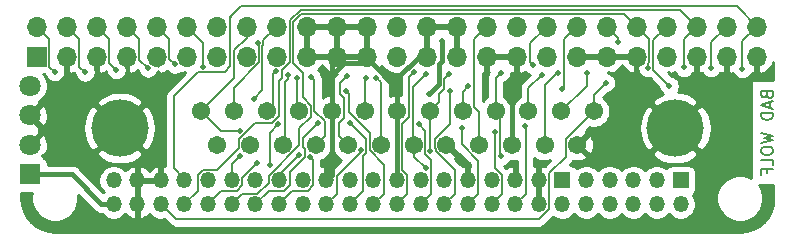
<source format=gbl>
G04 #@! TF.GenerationSoftware,KiCad,Pcbnew,(5.1.9-16-g1737927814)-1*
G04 #@! TF.CreationDate,2021-10-16T21:24:18-05:00*
G04 #@! TF.ProjectId,daisy_chain_v2,64616973-795f-4636-9861-696e5f76322e,rev?*
G04 #@! TF.SameCoordinates,Original*
G04 #@! TF.FileFunction,Copper,L2,Bot*
G04 #@! TF.FilePolarity,Positive*
%FSLAX46Y46*%
G04 Gerber Fmt 4.6, Leading zero omitted, Abs format (unit mm)*
G04 Created by KiCad (PCBNEW (5.1.9-16-g1737927814)-1) date 2021-10-16 21:24:18*
%MOMM*%
%LPD*%
G01*
G04 APERTURE LIST*
G04 #@! TA.AperFunction,NonConductor*
%ADD10C,0.150000*%
G04 #@! TD*
G04 #@! TA.AperFunction,ComponentPad*
%ADD11C,1.800000*%
G04 #@! TD*
G04 #@! TA.AperFunction,ComponentPad*
%ADD12R,1.800000X1.800000*%
G04 #@! TD*
G04 #@! TA.AperFunction,ComponentPad*
%ADD13C,4.845000*%
G04 #@! TD*
G04 #@! TA.AperFunction,ComponentPad*
%ADD14C,1.545000*%
G04 #@! TD*
G04 #@! TA.AperFunction,ComponentPad*
%ADD15O,1.350000X1.350000*%
G04 #@! TD*
G04 #@! TA.AperFunction,ComponentPad*
%ADD16R,1.350000X1.350000*%
G04 #@! TD*
G04 #@! TA.AperFunction,ComponentPad*
%ADD17O,1.700000X1.700000*%
G04 #@! TD*
G04 #@! TA.AperFunction,ComponentPad*
%ADD18R,1.700000X1.700000*%
G04 #@! TD*
G04 #@! TA.AperFunction,ViaPad*
%ADD19C,0.500000*%
G04 #@! TD*
G04 #@! TA.AperFunction,Conductor*
%ADD20C,0.400000*%
G04 #@! TD*
G04 #@! TA.AperFunction,Conductor*
%ADD21C,0.200000*%
G04 #@! TD*
G04 #@! TA.AperFunction,Conductor*
%ADD22C,0.250000*%
G04 #@! TD*
G04 #@! TA.AperFunction,Conductor*
%ADD23C,0.150000*%
G04 #@! TD*
G04 #@! TA.AperFunction,Conductor*
%ADD24C,0.254000*%
G04 #@! TD*
G04 APERTURE END LIST*
D10*
X238266571Y-86257333D02*
X238314190Y-86400190D01*
X238361809Y-86447809D01*
X238457047Y-86495428D01*
X238599904Y-86495428D01*
X238695142Y-86447809D01*
X238742761Y-86400190D01*
X238790380Y-86304952D01*
X238790380Y-85924000D01*
X237790380Y-85924000D01*
X237790380Y-86257333D01*
X237838000Y-86352571D01*
X237885619Y-86400190D01*
X237980857Y-86447809D01*
X238076095Y-86447809D01*
X238171333Y-86400190D01*
X238218952Y-86352571D01*
X238266571Y-86257333D01*
X238266571Y-85924000D01*
X238504666Y-86876380D02*
X238504666Y-87352571D01*
X238790380Y-86781142D02*
X237790380Y-87114476D01*
X238790380Y-87447809D01*
X238790380Y-87781142D02*
X237790380Y-87781142D01*
X237790380Y-88019238D01*
X237838000Y-88162095D01*
X237933238Y-88257333D01*
X238028476Y-88304952D01*
X238218952Y-88352571D01*
X238361809Y-88352571D01*
X238552285Y-88304952D01*
X238647523Y-88257333D01*
X238742761Y-88162095D01*
X238790380Y-88019238D01*
X238790380Y-87781142D01*
X237790380Y-89447809D02*
X238790380Y-89685904D01*
X238076095Y-89876380D01*
X238790380Y-90066857D01*
X237790380Y-90304952D01*
X237790380Y-90876380D02*
X237790380Y-91066857D01*
X237838000Y-91162095D01*
X237933238Y-91257333D01*
X238123714Y-91304952D01*
X238457047Y-91304952D01*
X238647523Y-91257333D01*
X238742761Y-91162095D01*
X238790380Y-91066857D01*
X238790380Y-90876380D01*
X238742761Y-90781142D01*
X238647523Y-90685904D01*
X238457047Y-90638285D01*
X238123714Y-90638285D01*
X237933238Y-90685904D01*
X237838000Y-90781142D01*
X237790380Y-90876380D01*
X238790380Y-92209714D02*
X238790380Y-91733523D01*
X237790380Y-91733523D01*
X238266571Y-92876380D02*
X238266571Y-92543047D01*
X238790380Y-92543047D02*
X237790380Y-92543047D01*
X237790380Y-93019238D01*
D11*
G04 #@! TO.P,J20,4*
G04 #@! TO.N,N/C*
X175854000Y-85480000D03*
G04 #@! TO.P,J20,3*
G04 #@! TO.N,GND*
X175854000Y-87980000D03*
G04 #@! TO.P,J20,2*
X175854000Y-90480000D03*
D12*
G04 #@! TO.P,J20,1*
G04 #@! TO.N,+5V*
X175854000Y-92980000D03*
G04 #@! TD*
D13*
G04 #@! TO.P,J6,MH2*
G04 #@! TO.N,GND*
X183481600Y-89050000D03*
G04 #@! TO.P,J6,MH1*
X230521600Y-89050000D03*
D14*
G04 #@! TO.P,J6,25*
G04 #@! TO.N,TERMPOW*
X191766600Y-90470000D03*
G04 #@! TO.P,J6,24*
G04 #@! TO.N,GND*
X194536600Y-90470000D03*
G04 #@! TO.P,J6,23*
G04 #@! TO.N,C-D4*
X197306600Y-90470000D03*
G04 #@! TO.P,J6,22*
G04 #@! TO.N,C-D2*
X200076600Y-90470000D03*
G04 #@! TO.P,J6,21*
G04 #@! TO.N,C-D1*
X202846600Y-90470000D03*
G04 #@! TO.P,J6,20*
G04 #@! TO.N,C-DP*
X205616600Y-90470000D03*
G04 #@! TO.P,J6,19*
G04 #@! TO.N,C-SEL*
X208386600Y-90470000D03*
G04 #@! TO.P,J6,18*
G04 #@! TO.N,GND*
X211156600Y-90470000D03*
G04 #@! TO.P,J6,17*
G04 #@! TO.N,C-ATN*
X213926600Y-90470000D03*
G04 #@! TO.P,J6,16*
G04 #@! TO.N,GND*
X216696600Y-90470000D03*
G04 #@! TO.P,J6,15*
G04 #@! TO.N,C-C_D*
X219466600Y-90470000D03*
G04 #@! TO.P,J6,14*
G04 #@! TO.N,GND*
X222236600Y-90470000D03*
G04 #@! TO.P,J6,13*
G04 #@! TO.N,C-D7*
X190381600Y-87630000D03*
G04 #@! TO.P,J6,12*
G04 #@! TO.N,C-D6*
X193151600Y-87630000D03*
G04 #@! TO.P,J6,11*
G04 #@! TO.N,C-D5*
X195921600Y-87630000D03*
G04 #@! TO.P,J6,10*
G04 #@! TO.N,C-D3*
X198691600Y-87630000D03*
G04 #@! TO.P,J6,9*
G04 #@! TO.N,GND*
X201461600Y-87630000D03*
G04 #@! TO.P,J6,8*
G04 #@! TO.N,C-D0*
X204231600Y-87630000D03*
G04 #@! TO.P,J6,7*
G04 #@! TO.N,GND*
X207001600Y-87630000D03*
G04 #@! TO.P,J6,6*
G04 #@! TO.N,C-BSY*
X209771600Y-87630000D03*
G04 #@! TO.P,J6,5*
G04 #@! TO.N,C-ACK*
X212541600Y-87630000D03*
G04 #@! TO.P,J6,4*
G04 #@! TO.N,C-RST*
X215311600Y-87630000D03*
G04 #@! TO.P,J6,3*
G04 #@! TO.N,C-I_O*
X218081600Y-87630000D03*
G04 #@! TO.P,J6,2*
G04 #@! TO.N,C-MSG*
X220851600Y-87630000D03*
G04 #@! TO.P,J6,1*
G04 #@! TO.N,C-REQ*
X223621600Y-87630000D03*
G04 #@! TD*
D15*
G04 #@! TO.P,J9,50*
G04 #@! TO.N,+5V*
X182972000Y-95488000D03*
G04 #@! TO.P,J9,49*
X182972000Y-93488000D03*
G04 #@! TO.P,J9,48*
G04 #@! TO.N,GND*
X184972000Y-95488000D03*
G04 #@! TO.P,J9,47*
X184972000Y-93488000D03*
G04 #@! TO.P,J9,46*
G04 #@! TO.N,C-REQ*
X186972000Y-95488000D03*
G04 #@! TO.P,J9,45*
G04 #@! TO.N,GND*
X186972000Y-93488000D03*
G04 #@! TO.P,J9,44*
G04 #@! TO.N,C-C_D*
X188972000Y-95488000D03*
G04 #@! TO.P,J9,43*
G04 #@! TO.N,C-I_O*
X188972000Y-93488000D03*
G04 #@! TO.P,J9,42*
G04 #@! TO.N,C-SEL*
X190972000Y-95488000D03*
G04 #@! TO.P,J9,41*
G04 #@! TO.N,GND*
X190972000Y-93488000D03*
G04 #@! TO.P,J9,40*
G04 #@! TO.N,C-MSG*
X192972000Y-95488000D03*
G04 #@! TO.P,J9,39*
G04 #@! TO.N,C-RST*
X192972000Y-93488000D03*
G04 #@! TO.P,J9,38*
G04 #@! TO.N,C-ACK*
X194972000Y-95488000D03*
G04 #@! TO.P,J9,37*
G04 #@! TO.N,GND*
X194972000Y-93488000D03*
G04 #@! TO.P,J9,36*
G04 #@! TO.N,C-BSY*
X196972000Y-95488000D03*
G04 #@! TO.P,J9,35*
G04 #@! TO.N,C-ATN*
X196972000Y-93488000D03*
G04 #@! TO.P,J9,34*
G04 #@! TO.N,TERMPOW*
X198972000Y-95488000D03*
G04 #@! TO.P,J9,33*
G04 #@! TO.N,GND*
X198972000Y-93488000D03*
G04 #@! TO.P,J9,32*
G04 #@! TO.N,C-DP*
X200972000Y-95488000D03*
G04 #@! TO.P,J9,31*
G04 #@! TO.N,GND*
X200972000Y-93488000D03*
G04 #@! TO.P,J9,30*
G04 #@! TO.N,C-D7*
X202972000Y-95488000D03*
G04 #@! TO.P,J9,29*
G04 #@! TO.N,GND*
X202972000Y-93488000D03*
G04 #@! TO.P,J9,28*
G04 #@! TO.N,C-D6*
X204972000Y-95488000D03*
G04 #@! TO.P,J9,27*
G04 #@! TO.N,N/C*
X204972000Y-93488000D03*
G04 #@! TO.P,J9,26*
G04 #@! TO.N,C-D5*
X206972000Y-95488000D03*
G04 #@! TO.P,J9,25*
G04 #@! TO.N,GND*
X206972000Y-93488000D03*
G04 #@! TO.P,J9,24*
G04 #@! TO.N,C-D4*
X208972000Y-95488000D03*
G04 #@! TO.P,J9,23*
G04 #@! TO.N,GND*
X208972000Y-93488000D03*
G04 #@! TO.P,J9,22*
G04 #@! TO.N,C-D3*
X210972000Y-95488000D03*
G04 #@! TO.P,J9,21*
G04 #@! TO.N,GND*
X210972000Y-93488000D03*
G04 #@! TO.P,J9,20*
G04 #@! TO.N,C-D2*
X212972000Y-95488000D03*
G04 #@! TO.P,J9,19*
G04 #@! TO.N,GND*
X212972000Y-93488000D03*
G04 #@! TO.P,J9,18*
G04 #@! TO.N,C-D1*
X214972000Y-95488000D03*
G04 #@! TO.P,J9,17*
G04 #@! TO.N,GND*
X214972000Y-93488000D03*
G04 #@! TO.P,J9,16*
G04 #@! TO.N,C-D0*
X216972000Y-95488000D03*
G04 #@! TO.P,J9,15*
G04 #@! TO.N,GND*
X216972000Y-93488000D03*
G04 #@! TO.P,J9,14*
X218972000Y-95488000D03*
G04 #@! TO.P,J9,13*
X218972000Y-93488000D03*
G04 #@! TO.P,J9,12*
G04 #@! TO.N,+5V*
X220972000Y-95488000D03*
D16*
G04 #@! TO.P,J9,11*
X220972000Y-93488000D03*
D15*
G04 #@! TO.P,J9,10*
G04 #@! TO.N,N/C*
X222972000Y-95488000D03*
G04 #@! TO.P,J9,9*
X222972000Y-93488000D03*
G04 #@! TO.P,J9,8*
X224972000Y-95488000D03*
G04 #@! TO.P,J9,7*
X224972000Y-93488000D03*
G04 #@! TO.P,J9,6*
X226972000Y-95488000D03*
G04 #@! TO.P,J9,5*
X226972000Y-93488000D03*
G04 #@! TO.P,J9,4*
X228972000Y-95488000D03*
G04 #@! TO.P,J9,3*
X228972000Y-93488000D03*
G04 #@! TO.P,J9,2*
X230972000Y-95488000D03*
D16*
G04 #@! TO.P,J9,1*
X230972000Y-93488000D03*
G04 #@! TD*
D17*
G04 #@! TO.P,J3,50*
G04 #@! TO.N,C-I_O*
X237426500Y-80454500D03*
G04 #@! TO.P,J3,49*
G04 #@! TO.N,GND*
X237426500Y-82994500D03*
G04 #@! TO.P,J3,48*
G04 #@! TO.N,C-REQ*
X234886500Y-80454500D03*
G04 #@! TO.P,J3,47*
G04 #@! TO.N,GND*
X234886500Y-82994500D03*
G04 #@! TO.P,J3,46*
G04 #@! TO.N,C-C_D*
X232346500Y-80454500D03*
G04 #@! TO.P,J3,45*
G04 #@! TO.N,GND*
X232346500Y-82994500D03*
G04 #@! TO.P,J3,44*
G04 #@! TO.N,C-SEL*
X229806500Y-80454500D03*
G04 #@! TO.P,J3,43*
G04 #@! TO.N,GND*
X229806500Y-82994500D03*
G04 #@! TO.P,J3,42*
G04 #@! TO.N,C-MSG*
X227266500Y-80454500D03*
G04 #@! TO.P,J3,41*
G04 #@! TO.N,GND*
X227266500Y-82994500D03*
G04 #@! TO.P,J3,40*
G04 #@! TO.N,C-RST*
X224726500Y-80454500D03*
G04 #@! TO.P,J3,39*
G04 #@! TO.N,GND*
X224726500Y-82994500D03*
G04 #@! TO.P,J3,38*
G04 #@! TO.N,C-ACK*
X222186500Y-80454500D03*
G04 #@! TO.P,J3,37*
G04 #@! TO.N,GND*
X222186500Y-82994500D03*
G04 #@! TO.P,J3,36*
G04 #@! TO.N,C-BSY*
X219646500Y-80454500D03*
G04 #@! TO.P,J3,35*
G04 #@! TO.N,GND*
X219646500Y-82994500D03*
G04 #@! TO.P,J3,34*
G04 #@! TO.N,N/C*
X217106500Y-80454500D03*
G04 #@! TO.P,J3,33*
G04 #@! TO.N,GND*
X217106500Y-82994500D03*
G04 #@! TO.P,J3,32*
G04 #@! TO.N,C-ATN*
X214566500Y-80454500D03*
G04 #@! TO.P,J3,31*
G04 #@! TO.N,GND*
X214566500Y-82994500D03*
G04 #@! TO.P,J3,30*
X212026500Y-80454500D03*
G04 #@! TO.P,J3,29*
X212026500Y-82994500D03*
G04 #@! TO.P,J3,28*
X209486500Y-80454500D03*
G04 #@! TO.P,J3,27*
X209486500Y-82994500D03*
G04 #@! TO.P,J3,26*
G04 #@! TO.N,TERMPOW*
X206946500Y-80454500D03*
G04 #@! TO.P,J3,25*
G04 #@! TO.N,N/C*
X206946500Y-82994500D03*
G04 #@! TO.P,J3,24*
G04 #@! TO.N,GND*
X204406500Y-80454500D03*
G04 #@! TO.P,J3,23*
X204406500Y-82994500D03*
G04 #@! TO.P,J3,22*
X201866500Y-80454500D03*
G04 #@! TO.P,J3,21*
X201866500Y-82994500D03*
G04 #@! TO.P,J3,20*
X199326500Y-80454500D03*
G04 #@! TO.P,J3,19*
X199326500Y-82994500D03*
G04 #@! TO.P,J3,18*
G04 #@! TO.N,C-DP*
X196786500Y-80454500D03*
G04 #@! TO.P,J3,17*
G04 #@! TO.N,GND*
X196786500Y-82994500D03*
G04 #@! TO.P,J3,16*
G04 #@! TO.N,C-D7*
X194246500Y-80454500D03*
G04 #@! TO.P,J3,15*
G04 #@! TO.N,GND*
X194246500Y-82994500D03*
G04 #@! TO.P,J3,14*
G04 #@! TO.N,C-D6*
X191706500Y-80454500D03*
G04 #@! TO.P,J3,13*
G04 #@! TO.N,GND*
X191706500Y-82994500D03*
G04 #@! TO.P,J3,12*
G04 #@! TO.N,C-D5*
X189166500Y-80454500D03*
G04 #@! TO.P,J3,11*
G04 #@! TO.N,GND*
X189166500Y-82994500D03*
G04 #@! TO.P,J3,10*
G04 #@! TO.N,C-D4*
X186626500Y-80454500D03*
G04 #@! TO.P,J3,9*
G04 #@! TO.N,GND*
X186626500Y-82994500D03*
G04 #@! TO.P,J3,8*
G04 #@! TO.N,C-D3*
X184086500Y-80454500D03*
G04 #@! TO.P,J3,7*
G04 #@! TO.N,GND*
X184086500Y-82994500D03*
G04 #@! TO.P,J3,6*
G04 #@! TO.N,C-D2*
X181546500Y-80454500D03*
G04 #@! TO.P,J3,5*
G04 #@! TO.N,GND*
X181546500Y-82994500D03*
G04 #@! TO.P,J3,4*
G04 #@! TO.N,C-D1*
X179006500Y-80454500D03*
G04 #@! TO.P,J3,3*
G04 #@! TO.N,GND*
X179006500Y-82994500D03*
G04 #@! TO.P,J3,2*
G04 #@! TO.N,C-D0*
X176466500Y-80454500D03*
D18*
G04 #@! TO.P,J3,1*
G04 #@! TO.N,GND*
X176466500Y-82994500D03*
G04 #@! TD*
D19*
G04 #@! TO.N,C-REQ*
X233550000Y-83950000D03*
X224619308Y-85214713D03*
G04 #@! TO.N,C-MSG*
X228193502Y-83950000D03*
X223017950Y-84430159D03*
G04 #@! TO.N,C-BSY*
X211387010Y-84484832D03*
X209788434Y-91015548D03*
X199594338Y-91513449D03*
X218467635Y-83701010D03*
G04 #@! TO.N,C-SEL*
X230028947Y-85465648D03*
X209435886Y-84452762D03*
X209382000Y-92462031D03*
X195109837Y-92047077D03*
G04 #@! TO.N,C-RST*
X215740000Y-84360000D03*
X193634000Y-91456000D03*
X215732000Y-91456000D03*
X225702655Y-81777345D03*
G04 #@! TO.N,C-ACK*
X220930000Y-85750000D03*
X213012489Y-85489064D03*
X200238000Y-88662000D03*
G04 #@! TO.N,C-ATN*
X198690326Y-91301086D03*
G04 #@! TO.N,C-DP*
X205218510Y-84796010D03*
X194844714Y-86558047D03*
X203913077Y-90911020D03*
G04 #@! TO.N,C-D0*
X177980000Y-84280000D03*
X217764000Y-88916000D03*
X204320000Y-84796010D03*
G04 #@! TO.N,C-D1*
X180570000Y-84330000D03*
X215224000Y-89424000D03*
X202721033Y-84656657D03*
G04 #@! TO.N,C-D2*
X183202424Y-84102989D03*
X212430000Y-89056511D03*
X199719686Y-84757742D03*
G04 #@! TO.N,C-D3*
X198480000Y-84852000D03*
X185893529Y-83978968D03*
X211443766Y-85876963D03*
G04 #@! TO.N,C-D4*
X197698000Y-84550000D03*
X188130504Y-83651957D03*
X208808688Y-88748588D03*
G04 #@! TO.N,C-D5*
X196710000Y-84234946D03*
X208366000Y-84344000D03*
X190580000Y-83891990D03*
G04 #@! TO.N,C-D6*
X195173502Y-81827449D03*
X202631070Y-85937679D03*
G04 #@! TO.N,C-D7*
X202952442Y-88582442D03*
X193631263Y-89293836D03*
G04 #@! TO.N,C-I_O*
X236200000Y-84020000D03*
X219236247Y-84548511D03*
G04 #@! TO.N,C-C_D*
X231254940Y-83921502D03*
X220571042Y-84385360D03*
G04 #@! TO.N,TERMPOW*
X210810000Y-81680000D03*
X209679033Y-86203489D03*
X196174000Y-92218000D03*
X196886051Y-88747053D03*
G04 #@! TD*
D20*
G04 #@! TO.N,GND*
X216696600Y-84606481D02*
X216696600Y-90470000D01*
X217106500Y-84196581D02*
X216696600Y-84606481D01*
X217106500Y-82994500D02*
X217106500Y-84196581D01*
X209486500Y-82994500D02*
X208861536Y-82994500D01*
X207001600Y-84854436D02*
X207001600Y-87630000D01*
X208861536Y-82994500D02*
X207001600Y-84854436D01*
X201461600Y-83399400D02*
X201461600Y-87630000D01*
X201866500Y-82994500D02*
X201461600Y-83399400D01*
X207001600Y-87630000D02*
X207001600Y-93458400D01*
X207001600Y-93458400D02*
X206972000Y-93488000D01*
X201461600Y-92998400D02*
X200972000Y-93488000D01*
X201461600Y-87630000D02*
X201461600Y-92998400D01*
X204819173Y-83542711D02*
X207001600Y-85725138D01*
X201461600Y-87630000D02*
X201461600Y-84525182D01*
X201461600Y-84525182D02*
X202444071Y-83542711D01*
X202444071Y-83542711D02*
X204819173Y-83542711D01*
X207001600Y-85725138D02*
X207001600Y-87630000D01*
G04 #@! TO.N,+5V*
X182972000Y-95488000D02*
X181918000Y-95488000D01*
X179410000Y-92980000D02*
X176597384Y-92980000D01*
X181918000Y-95488000D02*
X179410000Y-92980000D01*
D21*
G04 #@! TO.N,C-REQ*
X233550000Y-81791000D02*
X234886500Y-80454500D01*
X233550000Y-83950000D02*
X233550000Y-81791000D01*
X223621600Y-87630000D02*
X223621600Y-86212421D01*
X223621600Y-86212421D02*
X224619308Y-85214713D01*
D22*
X234886500Y-80454500D02*
X234721326Y-80454500D01*
D23*
X219849001Y-92897397D02*
X219849001Y-95908961D01*
X221262099Y-91484299D02*
X219849001Y-92897397D01*
X221262099Y-89989501D02*
X221262099Y-91484299D01*
X219849001Y-95908961D02*
X218967962Y-96790000D01*
X223621600Y-87630000D02*
X221262099Y-89989501D01*
X188274000Y-96790000D02*
X186972000Y-95488000D01*
X218967962Y-96790000D02*
X188274000Y-96790000D01*
D21*
G04 #@! TO.N,C-MSG*
X228193502Y-83596447D02*
X228193502Y-83950000D01*
X227266500Y-80454500D02*
X228343501Y-81531501D01*
X228343501Y-83446448D02*
X228193502Y-83596447D01*
X228343501Y-81531501D02*
X228343501Y-83446448D01*
X220851600Y-87630000D02*
X223017950Y-85463650D01*
X223017950Y-85463650D02*
X223017950Y-84430159D01*
D23*
X196094999Y-93123863D02*
X198690989Y-90527873D01*
X193849001Y-94610999D02*
X195146963Y-94610999D01*
X198690989Y-89072873D02*
X199666101Y-88097761D01*
X198968000Y-86464138D02*
X198968000Y-84376962D01*
X196094999Y-93662963D02*
X196094999Y-93123863D01*
X192972000Y-95488000D02*
X193849001Y-94610999D01*
X199666101Y-87162239D02*
X198968000Y-86464138D01*
X199666101Y-88097761D02*
X199666101Y-87162239D01*
X198968000Y-84376962D02*
X198169999Y-83578961D01*
X198690989Y-90527873D02*
X198690989Y-89072873D01*
X195146963Y-94610999D02*
X196094999Y-93662963D01*
X226214499Y-79402499D02*
X227266500Y-80454500D01*
X198821539Y-79402499D02*
X226214499Y-79402499D01*
X198169999Y-80054039D02*
X198821539Y-79402499D01*
X198169999Y-83578961D02*
X198169999Y-80054039D01*
D21*
G04 #@! TO.N,C-BSY*
X209771600Y-87630000D02*
X210544099Y-86857501D01*
X210544099Y-86182344D02*
X210987012Y-85739431D01*
X210987012Y-85739431D02*
X210987012Y-84884830D01*
X210544099Y-86857501D02*
X210544099Y-86182344D01*
X210987012Y-84884830D02*
X211387010Y-84484832D01*
D23*
X209771600Y-90998714D02*
X209788434Y-91015548D01*
X209771600Y-87630000D02*
X209771600Y-90998714D01*
X199392961Y-94365001D02*
X199849001Y-93908961D01*
X196972000Y-95488000D02*
X198094999Y-94365001D01*
X198094999Y-94365001D02*
X199392961Y-94365001D01*
X199849001Y-93908961D02*
X199849001Y-91768112D01*
X199849001Y-91768112D02*
X199594338Y-91513449D01*
D21*
X219646500Y-80454500D02*
X218217636Y-81883364D01*
X218217636Y-81883364D02*
X218217636Y-83451011D01*
X218217636Y-83451011D02*
X218467635Y-83701010D01*
G04 #@! TO.N,C-SEL*
X228670512Y-84107213D02*
X230028947Y-85465648D01*
X229806500Y-80454500D02*
X228670512Y-81590488D01*
X228670512Y-81590488D02*
X228670512Y-84107213D01*
X208386600Y-90470000D02*
X208331686Y-90415086D01*
X208331686Y-85556962D02*
X209435886Y-84452762D01*
X208331686Y-90415086D02*
X208331686Y-85556962D01*
D23*
X208386600Y-91466631D02*
X209382000Y-92462031D01*
X193392961Y-94365001D02*
X193849001Y-93908961D01*
X208386600Y-90470000D02*
X208386600Y-91466631D01*
X190972000Y-95488000D02*
X192094999Y-94365001D01*
X193849001Y-93307913D02*
X195109837Y-92047077D01*
X192094999Y-94365001D02*
X193392961Y-94365001D01*
X193849001Y-93908961D02*
X193849001Y-93307913D01*
D21*
G04 #@! TO.N,C-RST*
X215311600Y-84788400D02*
X215740000Y-84360000D01*
X215311600Y-87630000D02*
X215311600Y-84788400D01*
D23*
X192972000Y-92118000D02*
X193634000Y-91456000D01*
X192972000Y-93488000D02*
X192972000Y-92118000D01*
X215722099Y-88040499D02*
X215311600Y-87630000D01*
X215722099Y-91446099D02*
X215722099Y-88040499D01*
X215732000Y-91456000D02*
X215722099Y-91446099D01*
X225702655Y-81430655D02*
X225702655Y-81777345D01*
X224726500Y-80454500D02*
X225702655Y-81430655D01*
D21*
G04 #@! TO.N,C-ACK*
X221109499Y-81531501D02*
X221109499Y-85570501D01*
X221109499Y-85570501D02*
X220930000Y-85750000D01*
X222186500Y-80454500D02*
X221109499Y-81531501D01*
X212541600Y-85959953D02*
X213012489Y-85489064D01*
X212541600Y-87630000D02*
X212541600Y-85959953D01*
D23*
X198968000Y-90642614D02*
X198968000Y-89932000D01*
X197392961Y-94365001D02*
X197915629Y-93842333D01*
X196094999Y-94365001D02*
X197392961Y-94365001D01*
X199142328Y-90816942D02*
X198968000Y-90642614D01*
X199142328Y-91518048D02*
X199142328Y-90816942D01*
X197915629Y-92744747D02*
X199142328Y-91518048D01*
X194972000Y-95488000D02*
X196094999Y-94365001D01*
X198968000Y-89932000D02*
X200238000Y-88662000D01*
X197915629Y-93842333D02*
X197915629Y-92744747D01*
D21*
G04 #@! TO.N,C-ATN*
X213926600Y-87724262D02*
X213926600Y-90470000D01*
X213489499Y-87287161D02*
X213926600Y-87724262D01*
X213489499Y-81531501D02*
X213489499Y-87287161D01*
X214566500Y-80454500D02*
X213489499Y-81531501D01*
D23*
X196972000Y-93019412D02*
X198690326Y-91301086D01*
X196972000Y-93488000D02*
X196972000Y-93019412D01*
D21*
G04 #@! TO.N,C-DP*
X205616600Y-85194100D02*
X205218510Y-84796010D01*
X205616600Y-90470000D02*
X205616600Y-85194100D01*
D23*
X201849001Y-93146999D02*
X203913077Y-91082923D01*
X201849001Y-94610999D02*
X201849001Y-93146999D01*
X200972000Y-95488000D02*
X201849001Y-94610999D01*
X203913077Y-91082923D02*
X203913077Y-90911020D01*
X195625503Y-81615497D02*
X196786500Y-80454500D01*
X195625503Y-82044410D02*
X195625503Y-81615497D01*
X195575512Y-85827249D02*
X195575512Y-82094401D01*
X195575512Y-82094401D02*
X195625503Y-82044410D01*
X194844714Y-86558047D02*
X195575512Y-85827249D01*
D21*
G04 #@! TO.N,C-D0*
X177543501Y-83843501D02*
X177980000Y-84280000D01*
X176466500Y-80454500D02*
X177543501Y-81531501D01*
X177543501Y-81531501D02*
X177543501Y-83843501D01*
D23*
X217849001Y-89001001D02*
X217764000Y-88916000D01*
X217849001Y-94610999D02*
X217849001Y-89001001D01*
X216972000Y-95488000D02*
X217849001Y-94610999D01*
D21*
X204231600Y-84884410D02*
X204320000Y-84796010D01*
X204231600Y-87630000D02*
X204231600Y-84884410D01*
G04 #@! TO.N,C-D1*
X180083501Y-83843501D02*
X180570000Y-84330000D01*
X179006500Y-80454500D02*
X180083501Y-81531501D01*
X180083501Y-81531501D02*
X180083501Y-83843501D01*
D23*
X215849001Y-93067039D02*
X215224000Y-92442038D01*
X215849001Y-94610999D02*
X215849001Y-93067039D01*
X214972000Y-95488000D02*
X215849001Y-94610999D01*
X215224000Y-92442038D02*
X215224000Y-89424000D01*
D21*
X202074101Y-89697501D02*
X202074101Y-88659935D01*
X202846600Y-90470000D02*
X202074101Y-89697501D01*
X202074101Y-88659935D02*
X202503047Y-88230989D01*
X202503047Y-86488838D02*
X202154068Y-86139859D01*
X202154068Y-86139859D02*
X202154068Y-85223622D01*
X202503047Y-88230989D02*
X202503047Y-86488838D01*
X202154068Y-85223622D02*
X202721033Y-84656657D01*
G04 #@! TO.N,C-D2*
X182623501Y-83524066D02*
X183202424Y-84102989D01*
X182623501Y-81531501D02*
X182623501Y-83524066D01*
X181546500Y-80454500D02*
X182623501Y-81531501D01*
D23*
X213849001Y-91834663D02*
X212430000Y-90415662D01*
X213849001Y-94610999D02*
X213849001Y-91834663D01*
X212430000Y-90415662D02*
X212430000Y-89056511D01*
X212972000Y-95488000D02*
X213849001Y-94610999D01*
D21*
X200849099Y-88452946D02*
X199969685Y-87573532D01*
X199969685Y-87573532D02*
X199969685Y-85007741D01*
X200849099Y-89697501D02*
X200849099Y-88452946D01*
X200076600Y-90470000D02*
X200849099Y-89697501D01*
X199969685Y-85007741D02*
X199719686Y-84757742D01*
G04 #@! TO.N,C-D3*
X185163501Y-81531501D02*
X185163501Y-83248940D01*
X184086500Y-80454500D02*
X185163501Y-81531501D01*
X185163501Y-83248940D02*
X185893529Y-83978968D01*
D23*
X211443766Y-88740572D02*
X211443766Y-85876963D01*
X210182099Y-90002239D02*
X211443766Y-88740572D01*
X210249584Y-91005246D02*
X210249584Y-90838265D01*
X210182099Y-90770780D02*
X210182099Y-90002239D01*
X210249584Y-90838265D02*
X210182099Y-90770780D01*
X211849001Y-92604663D02*
X210249584Y-91005246D01*
X211849001Y-94610999D02*
X211849001Y-92604663D01*
X210972000Y-95488000D02*
X211849001Y-94610999D01*
X198691600Y-87630000D02*
X198480000Y-87418400D01*
X198480000Y-87418400D02*
X198480000Y-84852000D01*
D21*
G04 #@! TO.N,C-D4*
X187703501Y-81531501D02*
X187703501Y-83224954D01*
X187703501Y-83224954D02*
X188130504Y-83651957D01*
X186626500Y-80454500D02*
X187703501Y-81531501D01*
D23*
X209361101Y-89301001D02*
X208808688Y-88748588D01*
X209336432Y-90798586D02*
X209361101Y-90773917D01*
X208972000Y-95488000D02*
X209849001Y-94610999D01*
X209849001Y-94610999D02*
X209849001Y-91785249D01*
X209849001Y-91785249D02*
X209336432Y-91272680D01*
X209336432Y-91272680D02*
X209336432Y-90798586D01*
X209361101Y-90773917D02*
X209361101Y-89301001D01*
D21*
X197306600Y-90470000D02*
X197480503Y-90296097D01*
X197480503Y-90296097D02*
X197480503Y-85121050D01*
X197480503Y-85121050D02*
X197698000Y-84903553D01*
X197698000Y-84903553D02*
X197698000Y-84550000D01*
D22*
G04 #@! TO.N,C-D5*
X188785500Y-80073500D02*
X189166500Y-80454500D01*
D21*
X195921600Y-87630000D02*
X196460001Y-87091599D01*
X196460001Y-84484945D02*
X196710000Y-84234946D01*
X196460001Y-87091599D02*
X196460001Y-84484945D01*
X190524999Y-81812999D02*
X190524999Y-83836989D01*
X189166500Y-80454500D02*
X190524999Y-81812999D01*
X190524999Y-83836989D02*
X190580000Y-83891990D01*
D23*
X206972000Y-95488000D02*
X207849001Y-94610999D01*
X207403611Y-92621649D02*
X207403611Y-88670251D01*
X207849001Y-94610999D02*
X207849001Y-93067039D01*
X207849001Y-93067039D02*
X207403611Y-92621649D01*
X207976101Y-84733899D02*
X208366000Y-84344000D01*
X207403611Y-88670251D02*
X207976101Y-88097761D01*
X207976101Y-88097761D02*
X207976101Y-84733899D01*
D21*
G04 #@! TO.N,C-D6*
X195277988Y-81931935D02*
X195173502Y-81827449D01*
D23*
X204642099Y-90937761D02*
X204642099Y-89439373D01*
X202881069Y-86187678D02*
X202631070Y-85937679D01*
X204642099Y-89439373D02*
X202881069Y-87678343D01*
X205849001Y-94610999D02*
X205849001Y-92144663D01*
X204972000Y-95488000D02*
X205849001Y-94610999D01*
X205849001Y-92144663D02*
X204642099Y-90937761D01*
X202881069Y-87678343D02*
X202881069Y-86187678D01*
X195298501Y-81952448D02*
X195173502Y-81827449D01*
X195298501Y-83499461D02*
X195298501Y-81952448D01*
X193151600Y-85646362D02*
X195298501Y-83499461D01*
X193151600Y-87630000D02*
X193151600Y-85646362D01*
G04 #@! TO.N,C-D7*
X204365088Y-89995088D02*
X202952442Y-88582442D01*
X204089838Y-91439798D02*
X204365088Y-91164548D01*
X204089838Y-94370162D02*
X204089838Y-91439798D01*
X204365088Y-91164548D02*
X204365088Y-89995088D01*
X202972000Y-95488000D02*
X204089838Y-94370162D01*
X192045436Y-89293836D02*
X193631263Y-89293836D01*
X190381600Y-87630000D02*
X192045436Y-89293836D01*
D21*
X193169499Y-84842101D02*
X190381600Y-87630000D01*
X194246500Y-80454500D02*
X194246500Y-81400538D01*
X194246500Y-81400538D02*
X193169499Y-82477539D01*
X193169499Y-82477539D02*
X193169499Y-84842101D01*
G04 #@! TO.N,C-I_O*
X236200000Y-81681000D02*
X237426500Y-80454500D01*
X236200000Y-84020000D02*
X236200000Y-81681000D01*
X218081600Y-87630000D02*
X218081600Y-85703158D01*
X218081600Y-85703158D02*
X219236247Y-84548511D01*
D22*
X237426500Y-80454500D02*
X237426500Y-80156500D01*
D23*
X188046000Y-86376000D02*
X190078000Y-84344000D01*
X188046000Y-92472000D02*
X188046000Y-86376000D01*
X188972000Y-93398000D02*
X188046000Y-92472000D01*
X188972000Y-93488000D02*
X188972000Y-93398000D01*
X191602000Y-84344000D02*
X191888962Y-84344000D01*
X190078000Y-84344000D02*
X191602000Y-84344000D01*
X192867488Y-79637543D02*
X192872000Y-79633031D01*
X191602000Y-84344000D02*
X192364000Y-84344000D01*
X192364000Y-84344000D02*
X192867488Y-83840512D01*
X192867488Y-83840512D02*
X192867488Y-79637543D01*
X193749031Y-78756000D02*
X192867488Y-79637543D01*
X235728000Y-78756000D02*
X193749031Y-78756000D01*
X237426500Y-80454500D02*
X235728000Y-78756000D01*
D21*
G04 #@! TO.N,C-C_D*
X231254940Y-81546060D02*
X231254940Y-83921502D01*
X232346500Y-80454500D02*
X231254940Y-81546060D01*
X219466600Y-85404208D02*
X220501830Y-84368978D01*
X220501830Y-84368978D02*
X220554660Y-84368978D01*
X219466600Y-90470000D02*
X219466600Y-85404208D01*
X220554660Y-84368978D02*
X220571042Y-84385360D01*
D23*
X198799275Y-79033011D02*
X230925011Y-79033011D01*
X190094999Y-93067039D02*
X190551039Y-92610999D01*
X197892988Y-79939298D02*
X198799275Y-79033011D01*
X193562099Y-90765901D02*
X193562099Y-90002239D01*
X230925011Y-79033011D02*
X232346500Y-80454500D01*
X197892988Y-83419974D02*
X197892988Y-79939298D01*
X197186961Y-84126001D02*
X197892988Y-83419974D01*
X197186961Y-84855039D02*
X197186961Y-84126001D01*
X196936000Y-85106000D02*
X197186961Y-84855039D01*
X188972000Y-95488000D02*
X190094999Y-94365001D01*
X190094999Y-94365001D02*
X190094999Y-93067039D01*
X196936000Y-88057862D02*
X196936000Y-85106000D01*
X196389361Y-88604501D02*
X196936000Y-88057862D01*
X193562099Y-90002239D02*
X194959837Y-88604501D01*
X194959837Y-88604501D02*
X196389361Y-88604501D01*
X191717001Y-92610999D02*
X193562099Y-90765901D01*
X190551039Y-92610999D02*
X191717001Y-92610999D01*
D20*
G04 #@! TO.N,TERMPOW*
X210560001Y-85322521D02*
X209679033Y-86203489D01*
D23*
X196174000Y-89459104D02*
X196886051Y-88747053D01*
X196174000Y-92218000D02*
X196174000Y-89459104D01*
D20*
X210810000Y-83412962D02*
X210810000Y-81680000D01*
X210560001Y-83662961D02*
X210810000Y-83412962D01*
X210560001Y-85322521D02*
X210560001Y-83662961D01*
G04 #@! TD*
D24*
G04 #@! TO.N,GND*
X179133500Y-82867500D02*
X179153500Y-82867500D01*
X179153500Y-83121500D01*
X179133500Y-83121500D01*
X179133500Y-84314655D01*
X179363390Y-84435976D01*
X179510599Y-84391325D01*
X179562385Y-84366659D01*
X179589309Y-84388755D01*
X179701706Y-84501152D01*
X179719010Y-84588145D01*
X179785723Y-84749205D01*
X179882576Y-84894155D01*
X180005845Y-85017424D01*
X180150795Y-85114277D01*
X180311855Y-85180990D01*
X180482835Y-85215000D01*
X180657165Y-85215000D01*
X180828145Y-85180990D01*
X180989205Y-85114277D01*
X181134155Y-85017424D01*
X181257424Y-84894155D01*
X181354277Y-84749205D01*
X181420990Y-84588145D01*
X181455000Y-84417165D01*
X181455000Y-84242835D01*
X181420990Y-84071855D01*
X181419500Y-84068258D01*
X181419500Y-83121500D01*
X181399500Y-83121500D01*
X181399500Y-82867500D01*
X181419500Y-82867500D01*
X181419500Y-82847500D01*
X181673500Y-82847500D01*
X181673500Y-82867500D01*
X181693500Y-82867500D01*
X181693500Y-83121500D01*
X181673500Y-83121500D01*
X181673500Y-84314655D01*
X181903390Y-84435976D01*
X182050599Y-84391325D01*
X182313420Y-84266141D01*
X182320700Y-84260711D01*
X182334130Y-84274142D01*
X182351434Y-84361134D01*
X182418147Y-84522194D01*
X182515000Y-84667144D01*
X182638269Y-84790413D01*
X182783219Y-84887266D01*
X182944279Y-84953979D01*
X183115259Y-84987989D01*
X183289589Y-84987989D01*
X183460569Y-84953979D01*
X183621629Y-84887266D01*
X183766579Y-84790413D01*
X183889848Y-84667144D01*
X183986701Y-84522194D01*
X184053414Y-84361134D01*
X184087424Y-84190154D01*
X184087424Y-84015824D01*
X184053414Y-83844844D01*
X183986701Y-83683784D01*
X183959500Y-83643075D01*
X183959500Y-83121500D01*
X183939500Y-83121500D01*
X183939500Y-82867500D01*
X183959500Y-82867500D01*
X183959500Y-82847500D01*
X184213500Y-82847500D01*
X184213500Y-82867500D01*
X184233500Y-82867500D01*
X184233500Y-83121500D01*
X184213500Y-83121500D01*
X184213500Y-84314655D01*
X184443390Y-84435976D01*
X184590599Y-84391325D01*
X184853420Y-84266141D01*
X185018284Y-84143170D01*
X185025235Y-84150121D01*
X185042539Y-84237113D01*
X185109252Y-84398173D01*
X185206105Y-84543123D01*
X185329374Y-84666392D01*
X185474324Y-84763245D01*
X185635384Y-84829958D01*
X185806364Y-84863968D01*
X185980694Y-84863968D01*
X186151674Y-84829958D01*
X186312734Y-84763245D01*
X186457684Y-84666392D01*
X186580953Y-84543123D01*
X186677806Y-84398173D01*
X186744519Y-84237113D01*
X186753500Y-84191962D01*
X186753500Y-84314655D01*
X186983390Y-84435976D01*
X187130599Y-84391325D01*
X187393420Y-84266141D01*
X187450519Y-84223551D01*
X187566349Y-84339381D01*
X187711299Y-84436234D01*
X187872359Y-84502947D01*
X188043339Y-84536957D01*
X188217669Y-84536957D01*
X188388649Y-84502947D01*
X188549709Y-84436234D01*
X188635848Y-84378678D01*
X188662401Y-84391325D01*
X188809610Y-84435976D01*
X189039498Y-84314656D01*
X189039498Y-84378410D01*
X187568617Y-85849292D01*
X187541526Y-85871525D01*
X187519293Y-85898616D01*
X187452801Y-85979637D01*
X187386872Y-86102981D01*
X187346274Y-86236816D01*
X187332565Y-86376000D01*
X187336001Y-86410885D01*
X187336000Y-92230584D01*
X187301400Y-92220090D01*
X187099000Y-92343776D01*
X187099000Y-93361000D01*
X187119000Y-93361000D01*
X187119000Y-93615000D01*
X187099000Y-93615000D01*
X187099000Y-93635000D01*
X186845000Y-93635000D01*
X186845000Y-93615000D01*
X185099000Y-93615000D01*
X185099000Y-95361000D01*
X185119000Y-95361000D01*
X185119000Y-95615000D01*
X185099000Y-95615000D01*
X185099000Y-96632224D01*
X185301400Y-96755910D01*
X185402528Y-96725238D01*
X185635629Y-96617473D01*
X185843227Y-96466303D01*
X185965319Y-96333940D01*
X186136923Y-96505544D01*
X186351482Y-96648907D01*
X186589887Y-96747658D01*
X186842976Y-96798000D01*
X187101024Y-96798000D01*
X187248562Y-96768653D01*
X187747292Y-97267384D01*
X187769525Y-97294475D01*
X187877637Y-97383200D01*
X188000980Y-97449128D01*
X188134816Y-97489727D01*
X188239123Y-97500000D01*
X188239124Y-97500000D01*
X188273999Y-97503435D01*
X188308874Y-97500000D01*
X218933087Y-97500000D01*
X218967962Y-97503435D01*
X219002837Y-97500000D01*
X219002839Y-97500000D01*
X219107146Y-97489727D01*
X219240982Y-97449128D01*
X219364325Y-97383200D01*
X219472437Y-97294475D01*
X219494674Y-97267379D01*
X220208610Y-96553444D01*
X220351482Y-96648907D01*
X220589887Y-96747658D01*
X220842976Y-96798000D01*
X221101024Y-96798000D01*
X221354113Y-96747658D01*
X221592518Y-96648907D01*
X221807077Y-96505544D01*
X221972000Y-96340621D01*
X222136923Y-96505544D01*
X222351482Y-96648907D01*
X222589887Y-96747658D01*
X222842976Y-96798000D01*
X223101024Y-96798000D01*
X223354113Y-96747658D01*
X223592518Y-96648907D01*
X223807077Y-96505544D01*
X223972000Y-96340621D01*
X224136923Y-96505544D01*
X224351482Y-96648907D01*
X224589887Y-96747658D01*
X224842976Y-96798000D01*
X225101024Y-96798000D01*
X225354113Y-96747658D01*
X225592518Y-96648907D01*
X225807077Y-96505544D01*
X225972000Y-96340621D01*
X226136923Y-96505544D01*
X226351482Y-96648907D01*
X226589887Y-96747658D01*
X226842976Y-96798000D01*
X227101024Y-96798000D01*
X227354113Y-96747658D01*
X227592518Y-96648907D01*
X227807077Y-96505544D01*
X227972000Y-96340621D01*
X228136923Y-96505544D01*
X228351482Y-96648907D01*
X228589887Y-96747658D01*
X228842976Y-96798000D01*
X229101024Y-96798000D01*
X229354113Y-96747658D01*
X229592518Y-96648907D01*
X229807077Y-96505544D01*
X229972000Y-96340621D01*
X230136923Y-96505544D01*
X230351482Y-96648907D01*
X230589887Y-96747658D01*
X230842976Y-96798000D01*
X231101024Y-96798000D01*
X231354113Y-96747658D01*
X231592518Y-96648907D01*
X231807077Y-96505544D01*
X231989544Y-96323077D01*
X232132907Y-96108518D01*
X232231658Y-95870113D01*
X232282000Y-95617024D01*
X232282000Y-95358976D01*
X232231658Y-95105887D01*
X232132907Y-94867482D01*
X232011303Y-94685487D01*
X232098185Y-94614185D01*
X232177537Y-94517494D01*
X232236502Y-94407180D01*
X232272812Y-94287482D01*
X232285072Y-94163000D01*
X232285072Y-92813000D01*
X232272812Y-92688518D01*
X232236502Y-92568820D01*
X232177537Y-92458506D01*
X232098185Y-92361815D01*
X232001494Y-92282463D01*
X231891180Y-92223498D01*
X231771482Y-92187188D01*
X231647000Y-92174928D01*
X230297000Y-92174928D01*
X230172518Y-92187188D01*
X230052820Y-92223498D01*
X229942506Y-92282463D01*
X229845815Y-92361815D01*
X229774513Y-92448697D01*
X229592518Y-92327093D01*
X229354113Y-92228342D01*
X229101024Y-92178000D01*
X228842976Y-92178000D01*
X228589887Y-92228342D01*
X228351482Y-92327093D01*
X228136923Y-92470456D01*
X227972000Y-92635379D01*
X227807077Y-92470456D01*
X227592518Y-92327093D01*
X227354113Y-92228342D01*
X227101024Y-92178000D01*
X226842976Y-92178000D01*
X226589887Y-92228342D01*
X226351482Y-92327093D01*
X226136923Y-92470456D01*
X225972000Y-92635379D01*
X225807077Y-92470456D01*
X225592518Y-92327093D01*
X225354113Y-92228342D01*
X225101024Y-92178000D01*
X224842976Y-92178000D01*
X224589887Y-92228342D01*
X224351482Y-92327093D01*
X224136923Y-92470456D01*
X223972000Y-92635379D01*
X223807077Y-92470456D01*
X223592518Y-92327093D01*
X223354113Y-92228342D01*
X223101024Y-92178000D01*
X222842976Y-92178000D01*
X222589887Y-92228342D01*
X222351482Y-92327093D01*
X222169487Y-92448697D01*
X222098185Y-92361815D01*
X222001494Y-92282463D01*
X221891180Y-92223498D01*
X221771482Y-92187188D01*
X221647000Y-92174928D01*
X221575562Y-92174928D01*
X221739483Y-92011007D01*
X221766574Y-91988774D01*
X221808601Y-91937564D01*
X221855298Y-91880664D01*
X221870425Y-91852363D01*
X221881304Y-91832011D01*
X222031260Y-91869324D01*
X222308200Y-91882496D01*
X222582388Y-91841387D01*
X222843288Y-91747576D01*
X222961807Y-91684227D01*
X223030059Y-91443064D01*
X222236600Y-90649605D01*
X222222458Y-90663748D01*
X222042853Y-90484143D01*
X222056995Y-90470000D01*
X222416205Y-90470000D01*
X223209664Y-91263459D01*
X223440848Y-91198031D01*
X228553174Y-91198031D01*
X228820039Y-91608062D01*
X229351787Y-91890867D01*
X229928491Y-92064500D01*
X230527987Y-92122287D01*
X231127238Y-92062008D01*
X231703214Y-91885980D01*
X232223161Y-91608062D01*
X232490026Y-91198031D01*
X230521600Y-89229605D01*
X228553174Y-91198031D01*
X223440848Y-91198031D01*
X223450827Y-91195207D01*
X223568977Y-90944389D01*
X223635924Y-90675340D01*
X223649096Y-90398400D01*
X223607987Y-90124212D01*
X223514176Y-89863312D01*
X223450827Y-89744793D01*
X223209664Y-89676541D01*
X222416205Y-90470000D01*
X222056995Y-90470000D01*
X222042853Y-90455858D01*
X222222458Y-90276253D01*
X222236600Y-90290395D01*
X223030059Y-89496936D01*
X222970214Y-89285478D01*
X223199305Y-89056387D01*
X227449313Y-89056387D01*
X227509592Y-89655638D01*
X227685620Y-90231614D01*
X227963538Y-90751561D01*
X228373569Y-91018426D01*
X230341995Y-89050000D01*
X230701205Y-89050000D01*
X232669631Y-91018426D01*
X233079662Y-90751561D01*
X233362467Y-90219813D01*
X233536100Y-89643109D01*
X233593887Y-89043613D01*
X233533608Y-88444362D01*
X233357580Y-87868386D01*
X233079662Y-87348439D01*
X232669631Y-87081574D01*
X230701205Y-89050000D01*
X230341995Y-89050000D01*
X228373569Y-87081574D01*
X227963538Y-87348439D01*
X227680733Y-87880187D01*
X227507100Y-88456891D01*
X227449313Y-89056387D01*
X223199305Y-89056387D01*
X223262122Y-88993570D01*
X223482973Y-89037500D01*
X223760227Y-89037500D01*
X224032153Y-88983410D01*
X224288301Y-88877310D01*
X224518829Y-88723276D01*
X224714876Y-88527229D01*
X224868910Y-88296701D01*
X224975010Y-88040553D01*
X225029100Y-87768627D01*
X225029100Y-87491373D01*
X224975010Y-87219447D01*
X224868910Y-86963299D01*
X224714876Y-86732771D01*
X224518829Y-86536724D01*
X224409677Y-86463791D01*
X224790461Y-86083007D01*
X224877453Y-86065703D01*
X225038513Y-85998990D01*
X225183463Y-85902137D01*
X225306732Y-85778868D01*
X225403585Y-85633918D01*
X225470298Y-85472858D01*
X225504308Y-85301878D01*
X225504308Y-85127548D01*
X225470298Y-84956568D01*
X225403585Y-84795508D01*
X225306732Y-84650558D01*
X225183463Y-84527289D01*
X225038513Y-84430436D01*
X224877453Y-84363723D01*
X224853502Y-84358959D01*
X224853502Y-84314656D01*
X225083390Y-84435976D01*
X225230599Y-84391325D01*
X225493420Y-84266141D01*
X225726769Y-84092088D01*
X225921678Y-83875855D01*
X225996500Y-83750245D01*
X226071322Y-83875855D01*
X226266231Y-84092088D01*
X226499580Y-84266141D01*
X226762401Y-84391325D01*
X226909610Y-84435976D01*
X227139500Y-84314655D01*
X227139500Y-83121500D01*
X224853500Y-83121500D01*
X224853500Y-83141500D01*
X224599500Y-83141500D01*
X224599500Y-83121500D01*
X222313500Y-83121500D01*
X222313500Y-83141500D01*
X222059500Y-83141500D01*
X222059500Y-83121500D01*
X222039500Y-83121500D01*
X222039500Y-82867500D01*
X222059500Y-82867500D01*
X222059500Y-82847500D01*
X222313500Y-82847500D01*
X222313500Y-82867500D01*
X224599500Y-82867500D01*
X224599500Y-82847500D01*
X224853500Y-82847500D01*
X224853500Y-82867500D01*
X227139500Y-82867500D01*
X227139500Y-82847500D01*
X227393500Y-82847500D01*
X227393500Y-82867500D01*
X227413500Y-82867500D01*
X227413500Y-83121500D01*
X227393500Y-83121500D01*
X227393500Y-83568759D01*
X227342512Y-83691855D01*
X227308502Y-83862835D01*
X227308502Y-84037165D01*
X227342512Y-84208145D01*
X227409225Y-84369205D01*
X227506078Y-84514155D01*
X227629347Y-84637424D01*
X227774297Y-84734277D01*
X227935357Y-84800990D01*
X228106337Y-84835000D01*
X228280667Y-84835000D01*
X228345881Y-84822028D01*
X229160653Y-85636801D01*
X229177957Y-85723793D01*
X229244670Y-85884853D01*
X229341523Y-86029803D01*
X229464792Y-86153072D01*
X229488211Y-86168720D01*
X229339986Y-86214020D01*
X228820039Y-86491938D01*
X228553174Y-86901969D01*
X230521600Y-88870395D01*
X232490026Y-86901969D01*
X232223161Y-86491938D01*
X231691413Y-86209133D01*
X231114709Y-86035500D01*
X230736898Y-85999082D01*
X230813224Y-85884853D01*
X230879937Y-85723793D01*
X230913947Y-85552813D01*
X230913947Y-85378483D01*
X230879937Y-85207503D01*
X230813224Y-85046443D01*
X230716371Y-84901493D01*
X230593102Y-84778224D01*
X230448152Y-84681371D01*
X230287092Y-84614658D01*
X230200100Y-84597354D01*
X229933502Y-84330757D01*
X229933502Y-84314656D01*
X230163390Y-84435976D01*
X230310599Y-84391325D01*
X230461799Y-84319307D01*
X230470663Y-84340707D01*
X230567516Y-84485657D01*
X230690785Y-84608926D01*
X230835735Y-84705779D01*
X230996795Y-84772492D01*
X231167775Y-84806502D01*
X231342105Y-84806502D01*
X231513085Y-84772492D01*
X231674145Y-84705779D01*
X231819095Y-84608926D01*
X231942364Y-84485657D01*
X231977928Y-84432433D01*
X231989610Y-84435976D01*
X232219500Y-84314655D01*
X232219500Y-83121500D01*
X232199500Y-83121500D01*
X232199500Y-82867500D01*
X232219500Y-82867500D01*
X232219500Y-82847500D01*
X232473500Y-82847500D01*
X232473500Y-82867500D01*
X232493500Y-82867500D01*
X232493500Y-83121500D01*
X232473500Y-83121500D01*
X232473500Y-84314655D01*
X232703390Y-84435976D01*
X232792316Y-84409003D01*
X232862576Y-84514155D01*
X232985845Y-84637424D01*
X233130795Y-84734277D01*
X233291855Y-84800990D01*
X233462835Y-84835000D01*
X233637165Y-84835000D01*
X233808145Y-84800990D01*
X233969205Y-84734277D01*
X234114155Y-84637424D01*
X234237424Y-84514155D01*
X234334277Y-84369205D01*
X234334554Y-84368535D01*
X234382401Y-84391325D01*
X234529610Y-84435976D01*
X234759500Y-84314655D01*
X234759500Y-83121500D01*
X234739500Y-83121500D01*
X234739500Y-82867500D01*
X234759500Y-82867500D01*
X234759500Y-82847500D01*
X235013500Y-82847500D01*
X235013500Y-82867500D01*
X235033500Y-82867500D01*
X235033500Y-83121500D01*
X235013500Y-83121500D01*
X235013500Y-84314655D01*
X235243390Y-84435976D01*
X235390599Y-84391325D01*
X235395019Y-84389220D01*
X235415723Y-84439205D01*
X235512576Y-84584155D01*
X235635845Y-84707424D01*
X235780795Y-84804277D01*
X235941855Y-84870990D01*
X236112835Y-84905000D01*
X236287165Y-84905000D01*
X236458145Y-84870990D01*
X236619205Y-84804277D01*
X236764155Y-84707424D01*
X236887424Y-84584155D01*
X236984277Y-84439205D01*
X236994990Y-84413342D01*
X237069610Y-84435976D01*
X237299500Y-84314655D01*
X237299500Y-83121500D01*
X237279500Y-83121500D01*
X237279500Y-82867500D01*
X237299500Y-82867500D01*
X237299500Y-82847500D01*
X237553500Y-82847500D01*
X237553500Y-82867500D01*
X237573500Y-82867500D01*
X237573500Y-83121500D01*
X237553500Y-83121500D01*
X237553500Y-84314655D01*
X237783390Y-84435976D01*
X237930599Y-84391325D01*
X238193420Y-84266141D01*
X238426769Y-84092088D01*
X238621678Y-83875855D01*
X238770657Y-83625752D01*
X238840000Y-83430270D01*
X238840000Y-84975905D01*
X236945500Y-84975905D01*
X236945500Y-93244423D01*
X236940250Y-93240915D01*
X236579003Y-93091282D01*
X236195505Y-93015000D01*
X235804495Y-93015000D01*
X235420997Y-93091282D01*
X235059750Y-93240915D01*
X234734636Y-93458149D01*
X234458149Y-93734636D01*
X234240915Y-94059750D01*
X234091282Y-94420997D01*
X234015000Y-94804495D01*
X234015000Y-95195505D01*
X234091282Y-95579003D01*
X234240915Y-95940250D01*
X234458149Y-96265364D01*
X234734636Y-96541851D01*
X235059750Y-96759085D01*
X235420997Y-96908718D01*
X235804495Y-96985000D01*
X236195505Y-96985000D01*
X236579003Y-96908718D01*
X236940250Y-96759085D01*
X237265364Y-96541851D01*
X237541851Y-96265364D01*
X237759085Y-95940250D01*
X237908718Y-95579003D01*
X237985000Y-95195505D01*
X237985000Y-94804495D01*
X237908718Y-94420997D01*
X237759085Y-94059750D01*
X237633698Y-93872095D01*
X238840001Y-93872095D01*
X238840001Y-94963711D01*
X238782808Y-95547010D01*
X238622783Y-96077036D01*
X238362860Y-96565880D01*
X238012935Y-96994931D01*
X237586335Y-97347845D01*
X237099320Y-97611173D01*
X236570422Y-97774894D01*
X235989040Y-97836000D01*
X178032279Y-97836000D01*
X177448990Y-97778808D01*
X176918964Y-97618783D01*
X176430120Y-97358860D01*
X176001069Y-97008935D01*
X175648155Y-96582335D01*
X175384827Y-96095320D01*
X175221106Y-95566422D01*
X175160000Y-94985040D01*
X175160000Y-94518072D01*
X176071973Y-94518072D01*
X176015000Y-94804495D01*
X176015000Y-95195505D01*
X176091282Y-95579003D01*
X176240915Y-95940250D01*
X176458149Y-96265364D01*
X176734636Y-96541851D01*
X177059750Y-96759085D01*
X177420997Y-96908718D01*
X177804495Y-96985000D01*
X178195505Y-96985000D01*
X178579003Y-96908718D01*
X178940250Y-96759085D01*
X179265364Y-96541851D01*
X179541851Y-96265364D01*
X179759085Y-95940250D01*
X179908718Y-95579003D01*
X179985000Y-95195505D01*
X179985000Y-94804495D01*
X179967960Y-94718828D01*
X181298563Y-96049432D01*
X181324709Y-96081291D01*
X181356568Y-96107437D01*
X181356570Y-96107439D01*
X181395009Y-96138985D01*
X181451854Y-96185636D01*
X181596913Y-96263172D01*
X181754311Y-96310918D01*
X181876981Y-96323000D01*
X181876982Y-96323000D01*
X181918000Y-96327040D01*
X181954795Y-96323416D01*
X182136923Y-96505544D01*
X182351482Y-96648907D01*
X182589887Y-96747658D01*
X182842976Y-96798000D01*
X183101024Y-96798000D01*
X183354113Y-96747658D01*
X183592518Y-96648907D01*
X183807077Y-96505544D01*
X183978681Y-96333940D01*
X184100773Y-96466303D01*
X184308371Y-96617473D01*
X184541472Y-96725238D01*
X184642600Y-96755910D01*
X184845000Y-96632224D01*
X184845000Y-95615000D01*
X184825000Y-95615000D01*
X184825000Y-95361000D01*
X184845000Y-95361000D01*
X184845000Y-93615000D01*
X184825000Y-93615000D01*
X184825000Y-93361000D01*
X184845000Y-93361000D01*
X184845000Y-92343776D01*
X185099000Y-92343776D01*
X185099000Y-93361000D01*
X186845000Y-93361000D01*
X186845000Y-92343776D01*
X186642600Y-92220090D01*
X186541472Y-92250762D01*
X186308371Y-92358527D01*
X186100773Y-92509697D01*
X185972000Y-92649304D01*
X185843227Y-92509697D01*
X185635629Y-92358527D01*
X185402528Y-92250762D01*
X185301400Y-92220090D01*
X185099000Y-92343776D01*
X184845000Y-92343776D01*
X184642600Y-92220090D01*
X184541472Y-92250762D01*
X184308371Y-92358527D01*
X184100773Y-92509697D01*
X183978681Y-92642060D01*
X183807077Y-92470456D01*
X183592518Y-92327093D01*
X183354113Y-92228342D01*
X183101024Y-92178000D01*
X182842976Y-92178000D01*
X182589887Y-92228342D01*
X182351482Y-92327093D01*
X182136923Y-92470456D01*
X181954456Y-92652923D01*
X181811093Y-92867482D01*
X181712342Y-93105887D01*
X181662000Y-93358976D01*
X181662000Y-93617024D01*
X181712342Y-93870113D01*
X181811093Y-94108518D01*
X181954456Y-94323077D01*
X182119379Y-94488000D01*
X182109124Y-94498255D01*
X180029446Y-92418579D01*
X180003291Y-92386709D01*
X179876146Y-92282364D01*
X179731087Y-92204828D01*
X179573689Y-92157082D01*
X179451019Y-92145000D01*
X179451018Y-92145000D01*
X179410000Y-92140960D01*
X179368982Y-92145000D01*
X177392072Y-92145000D01*
X177392072Y-92080000D01*
X177379812Y-91955518D01*
X177343502Y-91835820D01*
X177284537Y-91725506D01*
X177205185Y-91628815D01*
X177108494Y-91549463D01*
X177014976Y-91499476D01*
X177034030Y-91480422D01*
X176918082Y-91364474D01*
X177172261Y-91280792D01*
X177212005Y-91198031D01*
X181513174Y-91198031D01*
X181780039Y-91608062D01*
X182311787Y-91890867D01*
X182888491Y-92064500D01*
X183487987Y-92122287D01*
X184087238Y-92062008D01*
X184663214Y-91885980D01*
X185183161Y-91608062D01*
X185450026Y-91198031D01*
X183481600Y-89229605D01*
X181513174Y-91198031D01*
X177212005Y-91198031D01*
X177303158Y-91008225D01*
X177378365Y-90715358D01*
X177394991Y-90413447D01*
X177352397Y-90114093D01*
X177252222Y-89828801D01*
X177172261Y-89679208D01*
X176918080Y-89595525D01*
X176033605Y-90480000D01*
X176047748Y-90494143D01*
X175868143Y-90673748D01*
X175854000Y-90659605D01*
X175839858Y-90673748D01*
X175660253Y-90494143D01*
X175674395Y-90480000D01*
X175660253Y-90465858D01*
X175839858Y-90286253D01*
X175854000Y-90300395D01*
X176738475Y-89415920D01*
X176677265Y-89230000D01*
X176734423Y-89056387D01*
X180409313Y-89056387D01*
X180469592Y-89655638D01*
X180645620Y-90231614D01*
X180923538Y-90751561D01*
X181333569Y-91018426D01*
X183301995Y-89050000D01*
X183661205Y-89050000D01*
X185629631Y-91018426D01*
X186039662Y-90751561D01*
X186322467Y-90219813D01*
X186496100Y-89643109D01*
X186553887Y-89043613D01*
X186493608Y-88444362D01*
X186317580Y-87868386D01*
X186039662Y-87348439D01*
X185629631Y-87081574D01*
X183661205Y-89050000D01*
X183301995Y-89050000D01*
X181333569Y-87081574D01*
X180923538Y-87348439D01*
X180640733Y-87880187D01*
X180467100Y-88456891D01*
X180409313Y-89056387D01*
X176734423Y-89056387D01*
X176738475Y-89044080D01*
X175854000Y-88159605D01*
X175839858Y-88173748D01*
X175660253Y-87994143D01*
X175674395Y-87980000D01*
X176033605Y-87980000D01*
X176918080Y-88864475D01*
X177172261Y-88780792D01*
X177303158Y-88508225D01*
X177378365Y-88215358D01*
X177394991Y-87913447D01*
X177352397Y-87614093D01*
X177252222Y-87328801D01*
X177172261Y-87179208D01*
X176918080Y-87095525D01*
X176033605Y-87980000D01*
X175674395Y-87980000D01*
X175660253Y-87965858D01*
X175839858Y-87786253D01*
X175854000Y-87800395D01*
X176738475Y-86915920D01*
X176733883Y-86901969D01*
X181513174Y-86901969D01*
X183481600Y-88870395D01*
X185450026Y-86901969D01*
X185183161Y-86491938D01*
X184651413Y-86209133D01*
X184074709Y-86035500D01*
X183475213Y-85977713D01*
X182875962Y-86037992D01*
X182299986Y-86214020D01*
X181780039Y-86491938D01*
X181513174Y-86901969D01*
X176733883Y-86901969D01*
X176689690Y-86767738D01*
X176832505Y-86672312D01*
X177046312Y-86458505D01*
X177214299Y-86207095D01*
X177330011Y-85927743D01*
X177389000Y-85631184D01*
X177389000Y-85328816D01*
X177330011Y-85032257D01*
X177214299Y-84752905D01*
X177046312Y-84501495D01*
X177025806Y-84480989D01*
X177117741Y-84481490D01*
X177129010Y-84538145D01*
X177195723Y-84699205D01*
X177292576Y-84844155D01*
X177415845Y-84967424D01*
X177560795Y-85064277D01*
X177721855Y-85130990D01*
X177892835Y-85165000D01*
X178067165Y-85165000D01*
X178238145Y-85130990D01*
X178399205Y-85064277D01*
X178544155Y-84967424D01*
X178667424Y-84844155D01*
X178764277Y-84699205D01*
X178830990Y-84538145D01*
X178865000Y-84367165D01*
X178865000Y-84322307D01*
X178879500Y-84314655D01*
X178879500Y-83121500D01*
X178859500Y-83121500D01*
X178859500Y-82867500D01*
X178879500Y-82867500D01*
X178879500Y-82847500D01*
X179133500Y-82847500D01*
X179133500Y-82867500D01*
G04 #@! TA.AperFunction,Conductor*
D23*
G36*
X179133500Y-82867500D02*
G01*
X179153500Y-82867500D01*
X179153500Y-83121500D01*
X179133500Y-83121500D01*
X179133500Y-84314655D01*
X179363390Y-84435976D01*
X179510599Y-84391325D01*
X179562385Y-84366659D01*
X179589309Y-84388755D01*
X179701706Y-84501152D01*
X179719010Y-84588145D01*
X179785723Y-84749205D01*
X179882576Y-84894155D01*
X180005845Y-85017424D01*
X180150795Y-85114277D01*
X180311855Y-85180990D01*
X180482835Y-85215000D01*
X180657165Y-85215000D01*
X180828145Y-85180990D01*
X180989205Y-85114277D01*
X181134155Y-85017424D01*
X181257424Y-84894155D01*
X181354277Y-84749205D01*
X181420990Y-84588145D01*
X181455000Y-84417165D01*
X181455000Y-84242835D01*
X181420990Y-84071855D01*
X181419500Y-84068258D01*
X181419500Y-83121500D01*
X181399500Y-83121500D01*
X181399500Y-82867500D01*
X181419500Y-82867500D01*
X181419500Y-82847500D01*
X181673500Y-82847500D01*
X181673500Y-82867500D01*
X181693500Y-82867500D01*
X181693500Y-83121500D01*
X181673500Y-83121500D01*
X181673500Y-84314655D01*
X181903390Y-84435976D01*
X182050599Y-84391325D01*
X182313420Y-84266141D01*
X182320700Y-84260711D01*
X182334130Y-84274142D01*
X182351434Y-84361134D01*
X182418147Y-84522194D01*
X182515000Y-84667144D01*
X182638269Y-84790413D01*
X182783219Y-84887266D01*
X182944279Y-84953979D01*
X183115259Y-84987989D01*
X183289589Y-84987989D01*
X183460569Y-84953979D01*
X183621629Y-84887266D01*
X183766579Y-84790413D01*
X183889848Y-84667144D01*
X183986701Y-84522194D01*
X184053414Y-84361134D01*
X184087424Y-84190154D01*
X184087424Y-84015824D01*
X184053414Y-83844844D01*
X183986701Y-83683784D01*
X183959500Y-83643075D01*
X183959500Y-83121500D01*
X183939500Y-83121500D01*
X183939500Y-82867500D01*
X183959500Y-82867500D01*
X183959500Y-82847500D01*
X184213500Y-82847500D01*
X184213500Y-82867500D01*
X184233500Y-82867500D01*
X184233500Y-83121500D01*
X184213500Y-83121500D01*
X184213500Y-84314655D01*
X184443390Y-84435976D01*
X184590599Y-84391325D01*
X184853420Y-84266141D01*
X185018284Y-84143170D01*
X185025235Y-84150121D01*
X185042539Y-84237113D01*
X185109252Y-84398173D01*
X185206105Y-84543123D01*
X185329374Y-84666392D01*
X185474324Y-84763245D01*
X185635384Y-84829958D01*
X185806364Y-84863968D01*
X185980694Y-84863968D01*
X186151674Y-84829958D01*
X186312734Y-84763245D01*
X186457684Y-84666392D01*
X186580953Y-84543123D01*
X186677806Y-84398173D01*
X186744519Y-84237113D01*
X186753500Y-84191962D01*
X186753500Y-84314655D01*
X186983390Y-84435976D01*
X187130599Y-84391325D01*
X187393420Y-84266141D01*
X187450519Y-84223551D01*
X187566349Y-84339381D01*
X187711299Y-84436234D01*
X187872359Y-84502947D01*
X188043339Y-84536957D01*
X188217669Y-84536957D01*
X188388649Y-84502947D01*
X188549709Y-84436234D01*
X188635848Y-84378678D01*
X188662401Y-84391325D01*
X188809610Y-84435976D01*
X189039498Y-84314656D01*
X189039498Y-84378410D01*
X187568617Y-85849292D01*
X187541526Y-85871525D01*
X187519293Y-85898616D01*
X187452801Y-85979637D01*
X187386872Y-86102981D01*
X187346274Y-86236816D01*
X187332565Y-86376000D01*
X187336001Y-86410885D01*
X187336000Y-92230584D01*
X187301400Y-92220090D01*
X187099000Y-92343776D01*
X187099000Y-93361000D01*
X187119000Y-93361000D01*
X187119000Y-93615000D01*
X187099000Y-93615000D01*
X187099000Y-93635000D01*
X186845000Y-93635000D01*
X186845000Y-93615000D01*
X185099000Y-93615000D01*
X185099000Y-95361000D01*
X185119000Y-95361000D01*
X185119000Y-95615000D01*
X185099000Y-95615000D01*
X185099000Y-96632224D01*
X185301400Y-96755910D01*
X185402528Y-96725238D01*
X185635629Y-96617473D01*
X185843227Y-96466303D01*
X185965319Y-96333940D01*
X186136923Y-96505544D01*
X186351482Y-96648907D01*
X186589887Y-96747658D01*
X186842976Y-96798000D01*
X187101024Y-96798000D01*
X187248562Y-96768653D01*
X187747292Y-97267384D01*
X187769525Y-97294475D01*
X187877637Y-97383200D01*
X188000980Y-97449128D01*
X188134816Y-97489727D01*
X188239123Y-97500000D01*
X188239124Y-97500000D01*
X188273999Y-97503435D01*
X188308874Y-97500000D01*
X218933087Y-97500000D01*
X218967962Y-97503435D01*
X219002837Y-97500000D01*
X219002839Y-97500000D01*
X219107146Y-97489727D01*
X219240982Y-97449128D01*
X219364325Y-97383200D01*
X219472437Y-97294475D01*
X219494674Y-97267379D01*
X220208610Y-96553444D01*
X220351482Y-96648907D01*
X220589887Y-96747658D01*
X220842976Y-96798000D01*
X221101024Y-96798000D01*
X221354113Y-96747658D01*
X221592518Y-96648907D01*
X221807077Y-96505544D01*
X221972000Y-96340621D01*
X222136923Y-96505544D01*
X222351482Y-96648907D01*
X222589887Y-96747658D01*
X222842976Y-96798000D01*
X223101024Y-96798000D01*
X223354113Y-96747658D01*
X223592518Y-96648907D01*
X223807077Y-96505544D01*
X223972000Y-96340621D01*
X224136923Y-96505544D01*
X224351482Y-96648907D01*
X224589887Y-96747658D01*
X224842976Y-96798000D01*
X225101024Y-96798000D01*
X225354113Y-96747658D01*
X225592518Y-96648907D01*
X225807077Y-96505544D01*
X225972000Y-96340621D01*
X226136923Y-96505544D01*
X226351482Y-96648907D01*
X226589887Y-96747658D01*
X226842976Y-96798000D01*
X227101024Y-96798000D01*
X227354113Y-96747658D01*
X227592518Y-96648907D01*
X227807077Y-96505544D01*
X227972000Y-96340621D01*
X228136923Y-96505544D01*
X228351482Y-96648907D01*
X228589887Y-96747658D01*
X228842976Y-96798000D01*
X229101024Y-96798000D01*
X229354113Y-96747658D01*
X229592518Y-96648907D01*
X229807077Y-96505544D01*
X229972000Y-96340621D01*
X230136923Y-96505544D01*
X230351482Y-96648907D01*
X230589887Y-96747658D01*
X230842976Y-96798000D01*
X231101024Y-96798000D01*
X231354113Y-96747658D01*
X231592518Y-96648907D01*
X231807077Y-96505544D01*
X231989544Y-96323077D01*
X232132907Y-96108518D01*
X232231658Y-95870113D01*
X232282000Y-95617024D01*
X232282000Y-95358976D01*
X232231658Y-95105887D01*
X232132907Y-94867482D01*
X232011303Y-94685487D01*
X232098185Y-94614185D01*
X232177537Y-94517494D01*
X232236502Y-94407180D01*
X232272812Y-94287482D01*
X232285072Y-94163000D01*
X232285072Y-92813000D01*
X232272812Y-92688518D01*
X232236502Y-92568820D01*
X232177537Y-92458506D01*
X232098185Y-92361815D01*
X232001494Y-92282463D01*
X231891180Y-92223498D01*
X231771482Y-92187188D01*
X231647000Y-92174928D01*
X230297000Y-92174928D01*
X230172518Y-92187188D01*
X230052820Y-92223498D01*
X229942506Y-92282463D01*
X229845815Y-92361815D01*
X229774513Y-92448697D01*
X229592518Y-92327093D01*
X229354113Y-92228342D01*
X229101024Y-92178000D01*
X228842976Y-92178000D01*
X228589887Y-92228342D01*
X228351482Y-92327093D01*
X228136923Y-92470456D01*
X227972000Y-92635379D01*
X227807077Y-92470456D01*
X227592518Y-92327093D01*
X227354113Y-92228342D01*
X227101024Y-92178000D01*
X226842976Y-92178000D01*
X226589887Y-92228342D01*
X226351482Y-92327093D01*
X226136923Y-92470456D01*
X225972000Y-92635379D01*
X225807077Y-92470456D01*
X225592518Y-92327093D01*
X225354113Y-92228342D01*
X225101024Y-92178000D01*
X224842976Y-92178000D01*
X224589887Y-92228342D01*
X224351482Y-92327093D01*
X224136923Y-92470456D01*
X223972000Y-92635379D01*
X223807077Y-92470456D01*
X223592518Y-92327093D01*
X223354113Y-92228342D01*
X223101024Y-92178000D01*
X222842976Y-92178000D01*
X222589887Y-92228342D01*
X222351482Y-92327093D01*
X222169487Y-92448697D01*
X222098185Y-92361815D01*
X222001494Y-92282463D01*
X221891180Y-92223498D01*
X221771482Y-92187188D01*
X221647000Y-92174928D01*
X221575562Y-92174928D01*
X221739483Y-92011007D01*
X221766574Y-91988774D01*
X221808601Y-91937564D01*
X221855298Y-91880664D01*
X221870425Y-91852363D01*
X221881304Y-91832011D01*
X222031260Y-91869324D01*
X222308200Y-91882496D01*
X222582388Y-91841387D01*
X222843288Y-91747576D01*
X222961807Y-91684227D01*
X223030059Y-91443064D01*
X222236600Y-90649605D01*
X222222458Y-90663748D01*
X222042853Y-90484143D01*
X222056995Y-90470000D01*
X222416205Y-90470000D01*
X223209664Y-91263459D01*
X223440848Y-91198031D01*
X228553174Y-91198031D01*
X228820039Y-91608062D01*
X229351787Y-91890867D01*
X229928491Y-92064500D01*
X230527987Y-92122287D01*
X231127238Y-92062008D01*
X231703214Y-91885980D01*
X232223161Y-91608062D01*
X232490026Y-91198031D01*
X230521600Y-89229605D01*
X228553174Y-91198031D01*
X223440848Y-91198031D01*
X223450827Y-91195207D01*
X223568977Y-90944389D01*
X223635924Y-90675340D01*
X223649096Y-90398400D01*
X223607987Y-90124212D01*
X223514176Y-89863312D01*
X223450827Y-89744793D01*
X223209664Y-89676541D01*
X222416205Y-90470000D01*
X222056995Y-90470000D01*
X222042853Y-90455858D01*
X222222458Y-90276253D01*
X222236600Y-90290395D01*
X223030059Y-89496936D01*
X222970214Y-89285478D01*
X223199305Y-89056387D01*
X227449313Y-89056387D01*
X227509592Y-89655638D01*
X227685620Y-90231614D01*
X227963538Y-90751561D01*
X228373569Y-91018426D01*
X230341995Y-89050000D01*
X230701205Y-89050000D01*
X232669631Y-91018426D01*
X233079662Y-90751561D01*
X233362467Y-90219813D01*
X233536100Y-89643109D01*
X233593887Y-89043613D01*
X233533608Y-88444362D01*
X233357580Y-87868386D01*
X233079662Y-87348439D01*
X232669631Y-87081574D01*
X230701205Y-89050000D01*
X230341995Y-89050000D01*
X228373569Y-87081574D01*
X227963538Y-87348439D01*
X227680733Y-87880187D01*
X227507100Y-88456891D01*
X227449313Y-89056387D01*
X223199305Y-89056387D01*
X223262122Y-88993570D01*
X223482973Y-89037500D01*
X223760227Y-89037500D01*
X224032153Y-88983410D01*
X224288301Y-88877310D01*
X224518829Y-88723276D01*
X224714876Y-88527229D01*
X224868910Y-88296701D01*
X224975010Y-88040553D01*
X225029100Y-87768627D01*
X225029100Y-87491373D01*
X224975010Y-87219447D01*
X224868910Y-86963299D01*
X224714876Y-86732771D01*
X224518829Y-86536724D01*
X224409677Y-86463791D01*
X224790461Y-86083007D01*
X224877453Y-86065703D01*
X225038513Y-85998990D01*
X225183463Y-85902137D01*
X225306732Y-85778868D01*
X225403585Y-85633918D01*
X225470298Y-85472858D01*
X225504308Y-85301878D01*
X225504308Y-85127548D01*
X225470298Y-84956568D01*
X225403585Y-84795508D01*
X225306732Y-84650558D01*
X225183463Y-84527289D01*
X225038513Y-84430436D01*
X224877453Y-84363723D01*
X224853502Y-84358959D01*
X224853502Y-84314656D01*
X225083390Y-84435976D01*
X225230599Y-84391325D01*
X225493420Y-84266141D01*
X225726769Y-84092088D01*
X225921678Y-83875855D01*
X225996500Y-83750245D01*
X226071322Y-83875855D01*
X226266231Y-84092088D01*
X226499580Y-84266141D01*
X226762401Y-84391325D01*
X226909610Y-84435976D01*
X227139500Y-84314655D01*
X227139500Y-83121500D01*
X224853500Y-83121500D01*
X224853500Y-83141500D01*
X224599500Y-83141500D01*
X224599500Y-83121500D01*
X222313500Y-83121500D01*
X222313500Y-83141500D01*
X222059500Y-83141500D01*
X222059500Y-83121500D01*
X222039500Y-83121500D01*
X222039500Y-82867500D01*
X222059500Y-82867500D01*
X222059500Y-82847500D01*
X222313500Y-82847500D01*
X222313500Y-82867500D01*
X224599500Y-82867500D01*
X224599500Y-82847500D01*
X224853500Y-82847500D01*
X224853500Y-82867500D01*
X227139500Y-82867500D01*
X227139500Y-82847500D01*
X227393500Y-82847500D01*
X227393500Y-82867500D01*
X227413500Y-82867500D01*
X227413500Y-83121500D01*
X227393500Y-83121500D01*
X227393500Y-83568759D01*
X227342512Y-83691855D01*
X227308502Y-83862835D01*
X227308502Y-84037165D01*
X227342512Y-84208145D01*
X227409225Y-84369205D01*
X227506078Y-84514155D01*
X227629347Y-84637424D01*
X227774297Y-84734277D01*
X227935357Y-84800990D01*
X228106337Y-84835000D01*
X228280667Y-84835000D01*
X228345881Y-84822028D01*
X229160653Y-85636801D01*
X229177957Y-85723793D01*
X229244670Y-85884853D01*
X229341523Y-86029803D01*
X229464792Y-86153072D01*
X229488211Y-86168720D01*
X229339986Y-86214020D01*
X228820039Y-86491938D01*
X228553174Y-86901969D01*
X230521600Y-88870395D01*
X232490026Y-86901969D01*
X232223161Y-86491938D01*
X231691413Y-86209133D01*
X231114709Y-86035500D01*
X230736898Y-85999082D01*
X230813224Y-85884853D01*
X230879937Y-85723793D01*
X230913947Y-85552813D01*
X230913947Y-85378483D01*
X230879937Y-85207503D01*
X230813224Y-85046443D01*
X230716371Y-84901493D01*
X230593102Y-84778224D01*
X230448152Y-84681371D01*
X230287092Y-84614658D01*
X230200100Y-84597354D01*
X229933502Y-84330757D01*
X229933502Y-84314656D01*
X230163390Y-84435976D01*
X230310599Y-84391325D01*
X230461799Y-84319307D01*
X230470663Y-84340707D01*
X230567516Y-84485657D01*
X230690785Y-84608926D01*
X230835735Y-84705779D01*
X230996795Y-84772492D01*
X231167775Y-84806502D01*
X231342105Y-84806502D01*
X231513085Y-84772492D01*
X231674145Y-84705779D01*
X231819095Y-84608926D01*
X231942364Y-84485657D01*
X231977928Y-84432433D01*
X231989610Y-84435976D01*
X232219500Y-84314655D01*
X232219500Y-83121500D01*
X232199500Y-83121500D01*
X232199500Y-82867500D01*
X232219500Y-82867500D01*
X232219500Y-82847500D01*
X232473500Y-82847500D01*
X232473500Y-82867500D01*
X232493500Y-82867500D01*
X232493500Y-83121500D01*
X232473500Y-83121500D01*
X232473500Y-84314655D01*
X232703390Y-84435976D01*
X232792316Y-84409003D01*
X232862576Y-84514155D01*
X232985845Y-84637424D01*
X233130795Y-84734277D01*
X233291855Y-84800990D01*
X233462835Y-84835000D01*
X233637165Y-84835000D01*
X233808145Y-84800990D01*
X233969205Y-84734277D01*
X234114155Y-84637424D01*
X234237424Y-84514155D01*
X234334277Y-84369205D01*
X234334554Y-84368535D01*
X234382401Y-84391325D01*
X234529610Y-84435976D01*
X234759500Y-84314655D01*
X234759500Y-83121500D01*
X234739500Y-83121500D01*
X234739500Y-82867500D01*
X234759500Y-82867500D01*
X234759500Y-82847500D01*
X235013500Y-82847500D01*
X235013500Y-82867500D01*
X235033500Y-82867500D01*
X235033500Y-83121500D01*
X235013500Y-83121500D01*
X235013500Y-84314655D01*
X235243390Y-84435976D01*
X235390599Y-84391325D01*
X235395019Y-84389220D01*
X235415723Y-84439205D01*
X235512576Y-84584155D01*
X235635845Y-84707424D01*
X235780795Y-84804277D01*
X235941855Y-84870990D01*
X236112835Y-84905000D01*
X236287165Y-84905000D01*
X236458145Y-84870990D01*
X236619205Y-84804277D01*
X236764155Y-84707424D01*
X236887424Y-84584155D01*
X236984277Y-84439205D01*
X236994990Y-84413342D01*
X237069610Y-84435976D01*
X237299500Y-84314655D01*
X237299500Y-83121500D01*
X237279500Y-83121500D01*
X237279500Y-82867500D01*
X237299500Y-82867500D01*
X237299500Y-82847500D01*
X237553500Y-82847500D01*
X237553500Y-82867500D01*
X237573500Y-82867500D01*
X237573500Y-83121500D01*
X237553500Y-83121500D01*
X237553500Y-84314655D01*
X237783390Y-84435976D01*
X237930599Y-84391325D01*
X238193420Y-84266141D01*
X238426769Y-84092088D01*
X238621678Y-83875855D01*
X238770657Y-83625752D01*
X238840000Y-83430270D01*
X238840000Y-84975905D01*
X236945500Y-84975905D01*
X236945500Y-93244423D01*
X236940250Y-93240915D01*
X236579003Y-93091282D01*
X236195505Y-93015000D01*
X235804495Y-93015000D01*
X235420997Y-93091282D01*
X235059750Y-93240915D01*
X234734636Y-93458149D01*
X234458149Y-93734636D01*
X234240915Y-94059750D01*
X234091282Y-94420997D01*
X234015000Y-94804495D01*
X234015000Y-95195505D01*
X234091282Y-95579003D01*
X234240915Y-95940250D01*
X234458149Y-96265364D01*
X234734636Y-96541851D01*
X235059750Y-96759085D01*
X235420997Y-96908718D01*
X235804495Y-96985000D01*
X236195505Y-96985000D01*
X236579003Y-96908718D01*
X236940250Y-96759085D01*
X237265364Y-96541851D01*
X237541851Y-96265364D01*
X237759085Y-95940250D01*
X237908718Y-95579003D01*
X237985000Y-95195505D01*
X237985000Y-94804495D01*
X237908718Y-94420997D01*
X237759085Y-94059750D01*
X237633698Y-93872095D01*
X238840001Y-93872095D01*
X238840001Y-94963711D01*
X238782808Y-95547010D01*
X238622783Y-96077036D01*
X238362860Y-96565880D01*
X238012935Y-96994931D01*
X237586335Y-97347845D01*
X237099320Y-97611173D01*
X236570422Y-97774894D01*
X235989040Y-97836000D01*
X178032279Y-97836000D01*
X177448990Y-97778808D01*
X176918964Y-97618783D01*
X176430120Y-97358860D01*
X176001069Y-97008935D01*
X175648155Y-96582335D01*
X175384827Y-96095320D01*
X175221106Y-95566422D01*
X175160000Y-94985040D01*
X175160000Y-94518072D01*
X176071973Y-94518072D01*
X176015000Y-94804495D01*
X176015000Y-95195505D01*
X176091282Y-95579003D01*
X176240915Y-95940250D01*
X176458149Y-96265364D01*
X176734636Y-96541851D01*
X177059750Y-96759085D01*
X177420997Y-96908718D01*
X177804495Y-96985000D01*
X178195505Y-96985000D01*
X178579003Y-96908718D01*
X178940250Y-96759085D01*
X179265364Y-96541851D01*
X179541851Y-96265364D01*
X179759085Y-95940250D01*
X179908718Y-95579003D01*
X179985000Y-95195505D01*
X179985000Y-94804495D01*
X179967960Y-94718828D01*
X181298563Y-96049432D01*
X181324709Y-96081291D01*
X181356568Y-96107437D01*
X181356570Y-96107439D01*
X181395009Y-96138985D01*
X181451854Y-96185636D01*
X181596913Y-96263172D01*
X181754311Y-96310918D01*
X181876981Y-96323000D01*
X181876982Y-96323000D01*
X181918000Y-96327040D01*
X181954795Y-96323416D01*
X182136923Y-96505544D01*
X182351482Y-96648907D01*
X182589887Y-96747658D01*
X182842976Y-96798000D01*
X183101024Y-96798000D01*
X183354113Y-96747658D01*
X183592518Y-96648907D01*
X183807077Y-96505544D01*
X183978681Y-96333940D01*
X184100773Y-96466303D01*
X184308371Y-96617473D01*
X184541472Y-96725238D01*
X184642600Y-96755910D01*
X184845000Y-96632224D01*
X184845000Y-95615000D01*
X184825000Y-95615000D01*
X184825000Y-95361000D01*
X184845000Y-95361000D01*
X184845000Y-93615000D01*
X184825000Y-93615000D01*
X184825000Y-93361000D01*
X184845000Y-93361000D01*
X184845000Y-92343776D01*
X185099000Y-92343776D01*
X185099000Y-93361000D01*
X186845000Y-93361000D01*
X186845000Y-92343776D01*
X186642600Y-92220090D01*
X186541472Y-92250762D01*
X186308371Y-92358527D01*
X186100773Y-92509697D01*
X185972000Y-92649304D01*
X185843227Y-92509697D01*
X185635629Y-92358527D01*
X185402528Y-92250762D01*
X185301400Y-92220090D01*
X185099000Y-92343776D01*
X184845000Y-92343776D01*
X184642600Y-92220090D01*
X184541472Y-92250762D01*
X184308371Y-92358527D01*
X184100773Y-92509697D01*
X183978681Y-92642060D01*
X183807077Y-92470456D01*
X183592518Y-92327093D01*
X183354113Y-92228342D01*
X183101024Y-92178000D01*
X182842976Y-92178000D01*
X182589887Y-92228342D01*
X182351482Y-92327093D01*
X182136923Y-92470456D01*
X181954456Y-92652923D01*
X181811093Y-92867482D01*
X181712342Y-93105887D01*
X181662000Y-93358976D01*
X181662000Y-93617024D01*
X181712342Y-93870113D01*
X181811093Y-94108518D01*
X181954456Y-94323077D01*
X182119379Y-94488000D01*
X182109124Y-94498255D01*
X180029446Y-92418579D01*
X180003291Y-92386709D01*
X179876146Y-92282364D01*
X179731087Y-92204828D01*
X179573689Y-92157082D01*
X179451019Y-92145000D01*
X179451018Y-92145000D01*
X179410000Y-92140960D01*
X179368982Y-92145000D01*
X177392072Y-92145000D01*
X177392072Y-92080000D01*
X177379812Y-91955518D01*
X177343502Y-91835820D01*
X177284537Y-91725506D01*
X177205185Y-91628815D01*
X177108494Y-91549463D01*
X177014976Y-91499476D01*
X177034030Y-91480422D01*
X176918082Y-91364474D01*
X177172261Y-91280792D01*
X177212005Y-91198031D01*
X181513174Y-91198031D01*
X181780039Y-91608062D01*
X182311787Y-91890867D01*
X182888491Y-92064500D01*
X183487987Y-92122287D01*
X184087238Y-92062008D01*
X184663214Y-91885980D01*
X185183161Y-91608062D01*
X185450026Y-91198031D01*
X183481600Y-89229605D01*
X181513174Y-91198031D01*
X177212005Y-91198031D01*
X177303158Y-91008225D01*
X177378365Y-90715358D01*
X177394991Y-90413447D01*
X177352397Y-90114093D01*
X177252222Y-89828801D01*
X177172261Y-89679208D01*
X176918080Y-89595525D01*
X176033605Y-90480000D01*
X176047748Y-90494143D01*
X175868143Y-90673748D01*
X175854000Y-90659605D01*
X175839858Y-90673748D01*
X175660253Y-90494143D01*
X175674395Y-90480000D01*
X175660253Y-90465858D01*
X175839858Y-90286253D01*
X175854000Y-90300395D01*
X176738475Y-89415920D01*
X176677265Y-89230000D01*
X176734423Y-89056387D01*
X180409313Y-89056387D01*
X180469592Y-89655638D01*
X180645620Y-90231614D01*
X180923538Y-90751561D01*
X181333569Y-91018426D01*
X183301995Y-89050000D01*
X183661205Y-89050000D01*
X185629631Y-91018426D01*
X186039662Y-90751561D01*
X186322467Y-90219813D01*
X186496100Y-89643109D01*
X186553887Y-89043613D01*
X186493608Y-88444362D01*
X186317580Y-87868386D01*
X186039662Y-87348439D01*
X185629631Y-87081574D01*
X183661205Y-89050000D01*
X183301995Y-89050000D01*
X181333569Y-87081574D01*
X180923538Y-87348439D01*
X180640733Y-87880187D01*
X180467100Y-88456891D01*
X180409313Y-89056387D01*
X176734423Y-89056387D01*
X176738475Y-89044080D01*
X175854000Y-88159605D01*
X175839858Y-88173748D01*
X175660253Y-87994143D01*
X175674395Y-87980000D01*
X176033605Y-87980000D01*
X176918080Y-88864475D01*
X177172261Y-88780792D01*
X177303158Y-88508225D01*
X177378365Y-88215358D01*
X177394991Y-87913447D01*
X177352397Y-87614093D01*
X177252222Y-87328801D01*
X177172261Y-87179208D01*
X176918080Y-87095525D01*
X176033605Y-87980000D01*
X175674395Y-87980000D01*
X175660253Y-87965858D01*
X175839858Y-87786253D01*
X175854000Y-87800395D01*
X176738475Y-86915920D01*
X176733883Y-86901969D01*
X181513174Y-86901969D01*
X183481600Y-88870395D01*
X185450026Y-86901969D01*
X185183161Y-86491938D01*
X184651413Y-86209133D01*
X184074709Y-86035500D01*
X183475213Y-85977713D01*
X182875962Y-86037992D01*
X182299986Y-86214020D01*
X181780039Y-86491938D01*
X181513174Y-86901969D01*
X176733883Y-86901969D01*
X176689690Y-86767738D01*
X176832505Y-86672312D01*
X177046312Y-86458505D01*
X177214299Y-86207095D01*
X177330011Y-85927743D01*
X177389000Y-85631184D01*
X177389000Y-85328816D01*
X177330011Y-85032257D01*
X177214299Y-84752905D01*
X177046312Y-84501495D01*
X177025806Y-84480989D01*
X177117741Y-84481490D01*
X177129010Y-84538145D01*
X177195723Y-84699205D01*
X177292576Y-84844155D01*
X177415845Y-84967424D01*
X177560795Y-85064277D01*
X177721855Y-85130990D01*
X177892835Y-85165000D01*
X178067165Y-85165000D01*
X178238145Y-85130990D01*
X178399205Y-85064277D01*
X178544155Y-84967424D01*
X178667424Y-84844155D01*
X178764277Y-84699205D01*
X178830990Y-84538145D01*
X178865000Y-84367165D01*
X178865000Y-84322307D01*
X178879500Y-84314655D01*
X178879500Y-83121500D01*
X178859500Y-83121500D01*
X178859500Y-82867500D01*
X178879500Y-82867500D01*
X178879500Y-82847500D01*
X179133500Y-82847500D01*
X179133500Y-82867500D01*
G37*
G04 #@! TD.AperFunction*
D24*
X218569371Y-91563276D02*
X218799899Y-91717310D01*
X219056047Y-91823410D01*
X219327973Y-91877500D01*
X219605227Y-91877500D01*
X219877153Y-91823410D01*
X219948414Y-91793893D01*
X219463402Y-92278905D01*
X219402528Y-92250762D01*
X219301400Y-92220090D01*
X219099000Y-92343776D01*
X219099000Y-93361000D01*
X219119000Y-93361000D01*
X219119000Y-93615000D01*
X219099000Y-93615000D01*
X219099000Y-95361000D01*
X219119000Y-95361000D01*
X219119000Y-95615000D01*
X219099000Y-95615000D01*
X219099000Y-95635000D01*
X218845000Y-95635000D01*
X218845000Y-95615000D01*
X218825000Y-95615000D01*
X218825000Y-95361000D01*
X218845000Y-95361000D01*
X218845000Y-93615000D01*
X218825000Y-93615000D01*
X218825000Y-93361000D01*
X218845000Y-93361000D01*
X218845000Y-92343776D01*
X218642600Y-92220090D01*
X218559001Y-92245445D01*
X218559001Y-91552906D01*
X218569371Y-91563276D01*
G04 #@! TA.AperFunction,Conductor*
D23*
G36*
X218569371Y-91563276D02*
G01*
X218799899Y-91717310D01*
X219056047Y-91823410D01*
X219327973Y-91877500D01*
X219605227Y-91877500D01*
X219877153Y-91823410D01*
X219948414Y-91793893D01*
X219463402Y-92278905D01*
X219402528Y-92250762D01*
X219301400Y-92220090D01*
X219099000Y-92343776D01*
X219099000Y-93361000D01*
X219119000Y-93361000D01*
X219119000Y-93615000D01*
X219099000Y-93615000D01*
X219099000Y-95361000D01*
X219119000Y-95361000D01*
X219119000Y-95615000D01*
X219099000Y-95615000D01*
X219099000Y-95635000D01*
X218845000Y-95635000D01*
X218845000Y-95615000D01*
X218825000Y-95615000D01*
X218825000Y-95361000D01*
X218845000Y-95361000D01*
X218845000Y-93615000D01*
X218825000Y-93615000D01*
X218825000Y-93361000D01*
X218845000Y-93361000D01*
X218845000Y-92343776D01*
X218642600Y-92220090D01*
X218559001Y-92245445D01*
X218559001Y-91552906D01*
X218569371Y-91563276D01*
G37*
G04 #@! TD.AperFunction*
D24*
X195099000Y-93361000D02*
X195119000Y-93361000D01*
X195119000Y-93615000D01*
X195099000Y-93615000D01*
X195099000Y-93635000D01*
X194845000Y-93635000D01*
X194845000Y-93615000D01*
X194825000Y-93615000D01*
X194825000Y-93361000D01*
X194845000Y-93361000D01*
X194845000Y-93341000D01*
X195099000Y-93341000D01*
X195099000Y-93361000D01*
G04 #@! TA.AperFunction,Conductor*
D23*
G36*
X195099000Y-93361000D02*
G01*
X195119000Y-93361000D01*
X195119000Y-93615000D01*
X195099000Y-93615000D01*
X195099000Y-93635000D01*
X194845000Y-93635000D01*
X194845000Y-93615000D01*
X194825000Y-93615000D01*
X194825000Y-93361000D01*
X194845000Y-93361000D01*
X194845000Y-93341000D01*
X195099000Y-93341000D01*
X195099000Y-93361000D01*
G37*
G04 #@! TD.AperFunction*
D24*
X191099000Y-93361000D02*
X191119000Y-93361000D01*
X191119000Y-93615000D01*
X191099000Y-93615000D01*
X191099000Y-93635000D01*
X190845000Y-93635000D01*
X190845000Y-93615000D01*
X190825000Y-93615000D01*
X190825000Y-93361000D01*
X190845000Y-93361000D01*
X190845000Y-93341000D01*
X191099000Y-93341000D01*
X191099000Y-93361000D01*
G04 #@! TA.AperFunction,Conductor*
D23*
G36*
X191099000Y-93361000D02*
G01*
X191119000Y-93361000D01*
X191119000Y-93615000D01*
X191099000Y-93615000D01*
X191099000Y-93635000D01*
X190845000Y-93635000D01*
X190845000Y-93615000D01*
X190825000Y-93615000D01*
X190825000Y-93361000D01*
X190845000Y-93361000D01*
X190845000Y-93341000D01*
X191099000Y-93341000D01*
X191099000Y-93361000D01*
G37*
G04 #@! TD.AperFunction*
D24*
X207099000Y-93361000D02*
X207119000Y-93361000D01*
X207119000Y-93615000D01*
X207099000Y-93615000D01*
X207099000Y-93635000D01*
X206845000Y-93635000D01*
X206845000Y-93615000D01*
X206825000Y-93615000D01*
X206825000Y-93361000D01*
X206845000Y-93361000D01*
X206845000Y-93341000D01*
X207099000Y-93341000D01*
X207099000Y-93361000D01*
G04 #@! TA.AperFunction,Conductor*
D23*
G36*
X207099000Y-93361000D02*
G01*
X207119000Y-93361000D01*
X207119000Y-93615000D01*
X207099000Y-93615000D01*
X207099000Y-93635000D01*
X206845000Y-93635000D01*
X206845000Y-93615000D01*
X206825000Y-93615000D01*
X206825000Y-93361000D01*
X206845000Y-93361000D01*
X206845000Y-93341000D01*
X207099000Y-93341000D01*
X207099000Y-93361000D01*
G37*
G04 #@! TD.AperFunction*
D24*
X203099000Y-93361000D02*
X203119000Y-93361000D01*
X203119000Y-93615000D01*
X203099000Y-93615000D01*
X203099000Y-93635000D01*
X202845000Y-93635000D01*
X202845000Y-93615000D01*
X202825000Y-93615000D01*
X202825000Y-93361000D01*
X202845000Y-93361000D01*
X202845000Y-93341000D01*
X203099000Y-93341000D01*
X203099000Y-93361000D01*
G04 #@! TA.AperFunction,Conductor*
D23*
G36*
X203099000Y-93361000D02*
G01*
X203119000Y-93361000D01*
X203119000Y-93615000D01*
X203099000Y-93615000D01*
X203099000Y-93635000D01*
X202845000Y-93635000D01*
X202845000Y-93615000D01*
X202825000Y-93615000D01*
X202825000Y-93361000D01*
X202845000Y-93361000D01*
X202845000Y-93341000D01*
X203099000Y-93341000D01*
X203099000Y-93361000D01*
G37*
G04 #@! TD.AperFunction*
D24*
X199099000Y-93361000D02*
X199119000Y-93361000D01*
X199119000Y-93615000D01*
X199099000Y-93615000D01*
X199099000Y-93635000D01*
X198845000Y-93635000D01*
X198845000Y-93615000D01*
X198825000Y-93615000D01*
X198825000Y-93361000D01*
X198845000Y-93361000D01*
X198845000Y-93341000D01*
X199099000Y-93341000D01*
X199099000Y-93361000D01*
G04 #@! TA.AperFunction,Conductor*
D23*
G36*
X199099000Y-93361000D02*
G01*
X199119000Y-93361000D01*
X199119000Y-93615000D01*
X199099000Y-93615000D01*
X199099000Y-93635000D01*
X198845000Y-93635000D01*
X198845000Y-93615000D01*
X198825000Y-93615000D01*
X198825000Y-93361000D01*
X198845000Y-93361000D01*
X198845000Y-93341000D01*
X199099000Y-93341000D01*
X199099000Y-93361000D01*
G37*
G04 #@! TD.AperFunction*
D24*
X201493190Y-90880553D02*
X201599290Y-91136701D01*
X201753324Y-91367229D01*
X201949371Y-91563276D01*
X202179899Y-91717310D01*
X202246862Y-91745047D01*
X201634092Y-92357817D01*
X201402528Y-92250762D01*
X201301400Y-92220090D01*
X201099000Y-92343776D01*
X201099000Y-93361000D01*
X201119000Y-93361000D01*
X201119000Y-93615000D01*
X201099000Y-93615000D01*
X201099000Y-93635000D01*
X200845000Y-93635000D01*
X200845000Y-93615000D01*
X200825000Y-93615000D01*
X200825000Y-93361000D01*
X200845000Y-93361000D01*
X200845000Y-92343776D01*
X200642600Y-92220090D01*
X200559001Y-92245445D01*
X200559001Y-91802987D01*
X200559960Y-91793252D01*
X200743301Y-91717310D01*
X200973829Y-91563276D01*
X201169876Y-91367229D01*
X201323910Y-91136701D01*
X201430010Y-90880553D01*
X201461600Y-90721741D01*
X201493190Y-90880553D01*
G04 #@! TA.AperFunction,Conductor*
D23*
G36*
X201493190Y-90880553D02*
G01*
X201599290Y-91136701D01*
X201753324Y-91367229D01*
X201949371Y-91563276D01*
X202179899Y-91717310D01*
X202246862Y-91745047D01*
X201634092Y-92357817D01*
X201402528Y-92250762D01*
X201301400Y-92220090D01*
X201099000Y-92343776D01*
X201099000Y-93361000D01*
X201119000Y-93361000D01*
X201119000Y-93615000D01*
X201099000Y-93615000D01*
X201099000Y-93635000D01*
X200845000Y-93635000D01*
X200845000Y-93615000D01*
X200825000Y-93615000D01*
X200825000Y-93361000D01*
X200845000Y-93361000D01*
X200845000Y-92343776D01*
X200642600Y-92220090D01*
X200559001Y-92245445D01*
X200559001Y-91802987D01*
X200559960Y-91793252D01*
X200743301Y-91717310D01*
X200973829Y-91563276D01*
X201169876Y-91367229D01*
X201323910Y-91136701D01*
X201430010Y-90880553D01*
X201461600Y-90721741D01*
X201493190Y-90880553D01*
G37*
G04 #@! TD.AperFunction*
D24*
X217139001Y-92319331D02*
X217099000Y-92343776D01*
X217099000Y-93361000D01*
X217119000Y-93361000D01*
X217119000Y-93615000D01*
X217099000Y-93615000D01*
X217099000Y-93635000D01*
X216845000Y-93635000D01*
X216845000Y-93615000D01*
X216825000Y-93615000D01*
X216825000Y-93361000D01*
X216845000Y-93361000D01*
X216845000Y-92343776D01*
X216642600Y-92220090D01*
X216541472Y-92250762D01*
X216308371Y-92358527D01*
X216213595Y-92427542D01*
X216062905Y-92276852D01*
X216151205Y-92240277D01*
X216296155Y-92143424D01*
X216419424Y-92020155D01*
X216516277Y-91875205D01*
X216518183Y-91870605D01*
X216768200Y-91882496D01*
X217042388Y-91841387D01*
X217139001Y-91806648D01*
X217139001Y-92319331D01*
G04 #@! TA.AperFunction,Conductor*
D23*
G36*
X217139001Y-92319331D02*
G01*
X217099000Y-92343776D01*
X217099000Y-93361000D01*
X217119000Y-93361000D01*
X217119000Y-93615000D01*
X217099000Y-93615000D01*
X217099000Y-93635000D01*
X216845000Y-93635000D01*
X216845000Y-93615000D01*
X216825000Y-93615000D01*
X216825000Y-93361000D01*
X216845000Y-93361000D01*
X216845000Y-92343776D01*
X216642600Y-92220090D01*
X216541472Y-92250762D01*
X216308371Y-92358527D01*
X216213595Y-92427542D01*
X216062905Y-92276852D01*
X216151205Y-92240277D01*
X216296155Y-92143424D01*
X216419424Y-92020155D01*
X216516277Y-91875205D01*
X216518183Y-91870605D01*
X216768200Y-91882496D01*
X217042388Y-91841387D01*
X217139001Y-91806648D01*
X217139001Y-92319331D01*
G37*
G04 #@! TD.AperFunction*
D24*
X215099000Y-93361000D02*
X215119000Y-93361000D01*
X215119000Y-93615000D01*
X215099000Y-93615000D01*
X215099000Y-93635000D01*
X214845000Y-93635000D01*
X214845000Y-93615000D01*
X214825000Y-93615000D01*
X214825000Y-93361000D01*
X214845000Y-93361000D01*
X214845000Y-93341000D01*
X215099000Y-93341000D01*
X215099000Y-93361000D01*
G04 #@! TA.AperFunction,Conductor*
D23*
G36*
X215099000Y-93361000D02*
G01*
X215119000Y-93361000D01*
X215119000Y-93615000D01*
X215099000Y-93615000D01*
X215099000Y-93635000D01*
X214845000Y-93635000D01*
X214845000Y-93615000D01*
X214825000Y-93615000D01*
X214825000Y-93361000D01*
X214845000Y-93361000D01*
X214845000Y-93341000D01*
X215099000Y-93341000D01*
X215099000Y-93361000D01*
G37*
G04 #@! TD.AperFunction*
D24*
X211350348Y-90455858D02*
X211336205Y-90470000D01*
X212129664Y-91263459D01*
X212241932Y-91231686D01*
X213139002Y-92128756D01*
X213139002Y-92319331D01*
X213099000Y-92343776D01*
X213099000Y-93361000D01*
X213119000Y-93361000D01*
X213119000Y-93615000D01*
X213099000Y-93615000D01*
X213099000Y-93635000D01*
X212845000Y-93635000D01*
X212845000Y-93615000D01*
X212825000Y-93615000D01*
X212825000Y-93361000D01*
X212845000Y-93361000D01*
X212845000Y-92343776D01*
X212642600Y-92220090D01*
X212541472Y-92250762D01*
X212480070Y-92279149D01*
X212442201Y-92208300D01*
X212353476Y-92100188D01*
X212326385Y-92077955D01*
X211893024Y-91644594D01*
X211950059Y-91443064D01*
X211156600Y-90649605D01*
X211142458Y-90663748D01*
X210962853Y-90484143D01*
X210976995Y-90470000D01*
X210962853Y-90455858D01*
X211142458Y-90276253D01*
X211156600Y-90290395D01*
X211170743Y-90276253D01*
X211350348Y-90455858D01*
G04 #@! TA.AperFunction,Conductor*
D23*
G36*
X211350348Y-90455858D02*
G01*
X211336205Y-90470000D01*
X212129664Y-91263459D01*
X212241932Y-91231686D01*
X213139002Y-92128756D01*
X213139002Y-92319331D01*
X213099000Y-92343776D01*
X213099000Y-93361000D01*
X213119000Y-93361000D01*
X213119000Y-93615000D01*
X213099000Y-93615000D01*
X213099000Y-93635000D01*
X212845000Y-93635000D01*
X212845000Y-93615000D01*
X212825000Y-93615000D01*
X212825000Y-93361000D01*
X212845000Y-93361000D01*
X212845000Y-92343776D01*
X212642600Y-92220090D01*
X212541472Y-92250762D01*
X212480070Y-92279149D01*
X212442201Y-92208300D01*
X212353476Y-92100188D01*
X212326385Y-92077955D01*
X211893024Y-91644594D01*
X211950059Y-91443064D01*
X211156600Y-90649605D01*
X211142458Y-90663748D01*
X210962853Y-90484143D01*
X210976995Y-90470000D01*
X210962853Y-90455858D01*
X211142458Y-90276253D01*
X211156600Y-90290395D01*
X211170743Y-90276253D01*
X211350348Y-90455858D01*
G37*
G04 #@! TD.AperFunction*
D24*
X211099000Y-93361000D02*
X211119000Y-93361000D01*
X211119000Y-93615000D01*
X211099000Y-93615000D01*
X211099000Y-93635000D01*
X210845000Y-93635000D01*
X210845000Y-93615000D01*
X210825000Y-93615000D01*
X210825000Y-93361000D01*
X210845000Y-93361000D01*
X210845000Y-93341000D01*
X211099000Y-93341000D01*
X211099000Y-93361000D01*
G04 #@! TA.AperFunction,Conductor*
D23*
G36*
X211099000Y-93361000D02*
G01*
X211119000Y-93361000D01*
X211119000Y-93615000D01*
X211099000Y-93615000D01*
X211099000Y-93635000D01*
X210845000Y-93635000D01*
X210845000Y-93615000D01*
X210825000Y-93615000D01*
X210825000Y-93361000D01*
X210845000Y-93361000D01*
X210845000Y-93341000D01*
X211099000Y-93341000D01*
X211099000Y-93361000D01*
G37*
G04 #@! TD.AperFunction*
D24*
X209099000Y-93361000D02*
X209119000Y-93361000D01*
X209119000Y-93615000D01*
X209099000Y-93615000D01*
X209099000Y-93635000D01*
X208845000Y-93635000D01*
X208845000Y-93615000D01*
X208825000Y-93615000D01*
X208825000Y-93361000D01*
X208845000Y-93361000D01*
X208845000Y-93341000D01*
X209099000Y-93341000D01*
X209099000Y-93361000D01*
G04 #@! TA.AperFunction,Conductor*
D23*
G36*
X209099000Y-93361000D02*
G01*
X209119000Y-93361000D01*
X209119000Y-93615000D01*
X209099000Y-93615000D01*
X209099000Y-93635000D01*
X208845000Y-93635000D01*
X208845000Y-93615000D01*
X208825000Y-93615000D01*
X208825000Y-93361000D01*
X208845000Y-93361000D01*
X208845000Y-93341000D01*
X209099000Y-93341000D01*
X209099000Y-93361000D01*
G37*
G04 #@! TD.AperFunction*
D24*
X216890348Y-90455858D02*
X216876205Y-90470000D01*
X216890348Y-90484143D01*
X216710743Y-90663748D01*
X216696600Y-90649605D01*
X216682458Y-90663748D01*
X216502853Y-90484143D01*
X216516995Y-90470000D01*
X216502853Y-90455858D01*
X216682458Y-90276253D01*
X216696600Y-90290395D01*
X216710743Y-90276253D01*
X216890348Y-90455858D01*
G04 #@! TA.AperFunction,Conductor*
D23*
G36*
X216890348Y-90455858D02*
G01*
X216876205Y-90470000D01*
X216890348Y-90484143D01*
X216710743Y-90663748D01*
X216696600Y-90649605D01*
X216682458Y-90663748D01*
X216502853Y-90484143D01*
X216516995Y-90470000D01*
X216502853Y-90455858D01*
X216682458Y-90276253D01*
X216696600Y-90290395D01*
X216710743Y-90276253D01*
X216890348Y-90455858D01*
G37*
G04 #@! TD.AperFunction*
D24*
X194730348Y-90455858D02*
X194716205Y-90470000D01*
X194730348Y-90484143D01*
X194550743Y-90663748D01*
X194536600Y-90649605D01*
X194522458Y-90663748D01*
X194342853Y-90484143D01*
X194356995Y-90470000D01*
X194342853Y-90455858D01*
X194522458Y-90276253D01*
X194536600Y-90290395D01*
X194550743Y-90276253D01*
X194730348Y-90455858D01*
G04 #@! TA.AperFunction,Conductor*
D23*
G36*
X194730348Y-90455858D02*
G01*
X194716205Y-90470000D01*
X194730348Y-90484143D01*
X194550743Y-90663748D01*
X194536600Y-90649605D01*
X194522458Y-90663748D01*
X194342853Y-90484143D01*
X194356995Y-90470000D01*
X194342853Y-90455858D01*
X194522458Y-90276253D01*
X194536600Y-90290395D01*
X194550743Y-90276253D01*
X194730348Y-90455858D01*
G37*
G04 #@! TD.AperFunction*
D24*
X207195348Y-87615858D02*
X207181205Y-87630000D01*
X207195348Y-87644143D01*
X207015743Y-87823748D01*
X207001600Y-87809605D01*
X206987458Y-87823748D01*
X206807853Y-87644143D01*
X206821995Y-87630000D01*
X206807853Y-87615858D01*
X206987458Y-87436253D01*
X207001600Y-87450395D01*
X207015743Y-87436253D01*
X207195348Y-87615858D01*
G04 #@! TA.AperFunction,Conductor*
D23*
G36*
X207195348Y-87615858D02*
G01*
X207181205Y-87630000D01*
X207195348Y-87644143D01*
X207015743Y-87823748D01*
X207001600Y-87809605D01*
X206987458Y-87823748D01*
X206807853Y-87644143D01*
X206821995Y-87630000D01*
X206807853Y-87615858D01*
X206987458Y-87436253D01*
X207001600Y-87450395D01*
X207015743Y-87436253D01*
X207195348Y-87615858D01*
G37*
G04 #@! TD.AperFunction*
D24*
X201655348Y-87615858D02*
X201641205Y-87630000D01*
X201655348Y-87644143D01*
X201475743Y-87823748D01*
X201461600Y-87809605D01*
X201447458Y-87823748D01*
X201267853Y-87644143D01*
X201281995Y-87630000D01*
X201267853Y-87615858D01*
X201447458Y-87436253D01*
X201461600Y-87450395D01*
X201475743Y-87436253D01*
X201655348Y-87615858D01*
G04 #@! TA.AperFunction,Conductor*
D23*
G36*
X201655348Y-87615858D02*
G01*
X201641205Y-87630000D01*
X201655348Y-87644143D01*
X201475743Y-87823748D01*
X201461600Y-87809605D01*
X201447458Y-87823748D01*
X201267853Y-87644143D01*
X201281995Y-87630000D01*
X201267853Y-87615858D01*
X201447458Y-87436253D01*
X201461600Y-87450395D01*
X201475743Y-87436253D01*
X201655348Y-87615858D01*
G37*
G04 #@! TD.AperFunction*
D24*
X214693500Y-82867500D02*
X216979500Y-82867500D01*
X216979500Y-82847500D01*
X217233500Y-82847500D01*
X217233500Y-82867500D01*
X217253500Y-82867500D01*
X217253500Y-83121500D01*
X217233500Y-83121500D01*
X217233500Y-84314655D01*
X217463390Y-84435976D01*
X217610599Y-84391325D01*
X217810945Y-84295899D01*
X217903480Y-84388434D01*
X218048430Y-84485287D01*
X218198050Y-84547261D01*
X217587408Y-85157904D01*
X217559363Y-85180920D01*
X217467514Y-85292838D01*
X217413962Y-85393027D01*
X217399264Y-85420525D01*
X217357235Y-85559073D01*
X217343044Y-85703158D01*
X217346601Y-85739273D01*
X217346601Y-86428326D01*
X217184371Y-86536724D01*
X216988324Y-86732771D01*
X216834290Y-86963299D01*
X216728190Y-87219447D01*
X216696600Y-87378259D01*
X216665010Y-87219447D01*
X216558910Y-86963299D01*
X216404876Y-86732771D01*
X216208829Y-86536724D01*
X216046600Y-86428326D01*
X216046600Y-85190919D01*
X216159205Y-85144277D01*
X216304155Y-85047424D01*
X216427424Y-84924155D01*
X216524277Y-84779205D01*
X216590990Y-84618145D01*
X216625000Y-84447165D01*
X216625000Y-84398180D01*
X216749610Y-84435976D01*
X216979500Y-84314655D01*
X216979500Y-83121500D01*
X214693500Y-83121500D01*
X214693500Y-84314655D01*
X214732622Y-84335301D01*
X214697514Y-84378080D01*
X214635963Y-84493234D01*
X214629264Y-84505767D01*
X214587235Y-84644315D01*
X214573044Y-84788400D01*
X214576601Y-84824515D01*
X214576600Y-86428326D01*
X214414371Y-86536724D01*
X214224499Y-86726596D01*
X214224499Y-84428119D01*
X214439500Y-84314655D01*
X214439500Y-83121500D01*
X214419500Y-83121500D01*
X214419500Y-82867500D01*
X214439500Y-82867500D01*
X214439500Y-82847500D01*
X214693500Y-82847500D01*
X214693500Y-82867500D01*
G04 #@! TA.AperFunction,Conductor*
D23*
G36*
X214693500Y-82867500D02*
G01*
X216979500Y-82867500D01*
X216979500Y-82847500D01*
X217233500Y-82847500D01*
X217233500Y-82867500D01*
X217253500Y-82867500D01*
X217253500Y-83121500D01*
X217233500Y-83121500D01*
X217233500Y-84314655D01*
X217463390Y-84435976D01*
X217610599Y-84391325D01*
X217810945Y-84295899D01*
X217903480Y-84388434D01*
X218048430Y-84485287D01*
X218198050Y-84547261D01*
X217587408Y-85157904D01*
X217559363Y-85180920D01*
X217467514Y-85292838D01*
X217413962Y-85393027D01*
X217399264Y-85420525D01*
X217357235Y-85559073D01*
X217343044Y-85703158D01*
X217346601Y-85739273D01*
X217346601Y-86428326D01*
X217184371Y-86536724D01*
X216988324Y-86732771D01*
X216834290Y-86963299D01*
X216728190Y-87219447D01*
X216696600Y-87378259D01*
X216665010Y-87219447D01*
X216558910Y-86963299D01*
X216404876Y-86732771D01*
X216208829Y-86536724D01*
X216046600Y-86428326D01*
X216046600Y-85190919D01*
X216159205Y-85144277D01*
X216304155Y-85047424D01*
X216427424Y-84924155D01*
X216524277Y-84779205D01*
X216590990Y-84618145D01*
X216625000Y-84447165D01*
X216625000Y-84398180D01*
X216749610Y-84435976D01*
X216979500Y-84314655D01*
X216979500Y-83121500D01*
X214693500Y-83121500D01*
X214693500Y-84314655D01*
X214732622Y-84335301D01*
X214697514Y-84378080D01*
X214635963Y-84493234D01*
X214629264Y-84505767D01*
X214587235Y-84644315D01*
X214573044Y-84788400D01*
X214576601Y-84824515D01*
X214576600Y-86428326D01*
X214414371Y-86536724D01*
X214224499Y-86726596D01*
X214224499Y-84428119D01*
X214439500Y-84314655D01*
X214439500Y-83121500D01*
X214419500Y-83121500D01*
X214419500Y-82867500D01*
X214439500Y-82867500D01*
X214439500Y-82847500D01*
X214693500Y-82847500D01*
X214693500Y-82867500D01*
G37*
G04 #@! TD.AperFunction*
D24*
X200671322Y-83875855D02*
X200866231Y-84092088D01*
X201099580Y-84266141D01*
X201362401Y-84391325D01*
X201509610Y-84435976D01*
X201739498Y-84314656D01*
X201739498Y-84479500D01*
X201853933Y-84479500D01*
X201852739Y-84485504D01*
X201659876Y-84678368D01*
X201631831Y-84701384D01*
X201539982Y-84813302D01*
X201476041Y-84932927D01*
X201471732Y-84940989D01*
X201429703Y-85079537D01*
X201415512Y-85223622D01*
X201419069Y-85259736D01*
X201419068Y-86103753D01*
X201415512Y-86139859D01*
X201423315Y-86219089D01*
X201390000Y-86217504D01*
X201115812Y-86258613D01*
X200854912Y-86352424D01*
X200736393Y-86415773D01*
X200704685Y-86527811D01*
X200704685Y-85043846D01*
X200708241Y-85007741D01*
X200694050Y-84863655D01*
X200681227Y-84821384D01*
X200652022Y-84725108D01*
X200593905Y-84616379D01*
X200570676Y-84499597D01*
X200503963Y-84338537D01*
X200407110Y-84193587D01*
X200314650Y-84101127D01*
X200326769Y-84092088D01*
X200521678Y-83875855D01*
X200596500Y-83750245D01*
X200671322Y-83875855D01*
G04 #@! TA.AperFunction,Conductor*
D23*
G36*
X200671322Y-83875855D02*
G01*
X200866231Y-84092088D01*
X201099580Y-84266141D01*
X201362401Y-84391325D01*
X201509610Y-84435976D01*
X201739498Y-84314656D01*
X201739498Y-84479500D01*
X201853933Y-84479500D01*
X201852739Y-84485504D01*
X201659876Y-84678368D01*
X201631831Y-84701384D01*
X201539982Y-84813302D01*
X201476041Y-84932927D01*
X201471732Y-84940989D01*
X201429703Y-85079537D01*
X201415512Y-85223622D01*
X201419069Y-85259736D01*
X201419068Y-86103753D01*
X201415512Y-86139859D01*
X201423315Y-86219089D01*
X201390000Y-86217504D01*
X201115812Y-86258613D01*
X200854912Y-86352424D01*
X200736393Y-86415773D01*
X200704685Y-86527811D01*
X200704685Y-85043846D01*
X200708241Y-85007741D01*
X200694050Y-84863655D01*
X200681227Y-84821384D01*
X200652022Y-84725108D01*
X200593905Y-84616379D01*
X200570676Y-84499597D01*
X200503963Y-84338537D01*
X200407110Y-84193587D01*
X200314650Y-84101127D01*
X200326769Y-84092088D01*
X200521678Y-83875855D01*
X200596500Y-83750245D01*
X200671322Y-83875855D01*
G37*
G04 #@! TD.AperFunction*
D24*
X205793025Y-83941132D02*
X205999868Y-84147975D01*
X206243089Y-84310490D01*
X206513342Y-84422432D01*
X206800240Y-84479500D01*
X207092760Y-84479500D01*
X207332511Y-84431810D01*
X207316973Y-84460880D01*
X207276375Y-84594715D01*
X207262666Y-84733899D01*
X207266102Y-84768784D01*
X207266102Y-86245397D01*
X207206940Y-86230676D01*
X206930000Y-86217504D01*
X206655812Y-86258613D01*
X206394912Y-86352424D01*
X206351600Y-86375574D01*
X206351600Y-85230194D01*
X206355155Y-85194099D01*
X206351600Y-85158004D01*
X206351600Y-85157995D01*
X206340965Y-85050015D01*
X206298937Y-84911467D01*
X206230687Y-84783780D01*
X206138838Y-84671862D01*
X206110787Y-84648841D01*
X206086804Y-84624858D01*
X206069500Y-84537865D01*
X206002787Y-84376805D01*
X205905934Y-84231855D01*
X205782665Y-84108586D01*
X205637715Y-84011733D01*
X205522294Y-83963924D01*
X205601678Y-83875855D01*
X205671305Y-83758966D01*
X205793025Y-83941132D01*
G04 #@! TA.AperFunction,Conductor*
D23*
G36*
X205793025Y-83941132D02*
G01*
X205999868Y-84147975D01*
X206243089Y-84310490D01*
X206513342Y-84422432D01*
X206800240Y-84479500D01*
X207092760Y-84479500D01*
X207332511Y-84431810D01*
X207316973Y-84460880D01*
X207276375Y-84594715D01*
X207262666Y-84733899D01*
X207266102Y-84768784D01*
X207266102Y-86245397D01*
X207206940Y-86230676D01*
X206930000Y-86217504D01*
X206655812Y-86258613D01*
X206394912Y-86352424D01*
X206351600Y-86375574D01*
X206351600Y-85230194D01*
X206355155Y-85194099D01*
X206351600Y-85158004D01*
X206351600Y-85157995D01*
X206340965Y-85050015D01*
X206298937Y-84911467D01*
X206230687Y-84783780D01*
X206138838Y-84671862D01*
X206110787Y-84648841D01*
X206086804Y-84624858D01*
X206069500Y-84537865D01*
X206002787Y-84376805D01*
X205905934Y-84231855D01*
X205782665Y-84108586D01*
X205637715Y-84011733D01*
X205522294Y-83963924D01*
X205601678Y-83875855D01*
X205671305Y-83758966D01*
X205793025Y-83941132D01*
G37*
G04 #@! TD.AperFunction*
D24*
X186753500Y-82867500D02*
X186773500Y-82867500D01*
X186773500Y-83121500D01*
X186753500Y-83121500D01*
X186753500Y-83765974D01*
X186744519Y-83720823D01*
X186677806Y-83559763D01*
X186580953Y-83414813D01*
X186499500Y-83333360D01*
X186499500Y-83121500D01*
X186479500Y-83121500D01*
X186479500Y-82867500D01*
X186499500Y-82867500D01*
X186499500Y-82847500D01*
X186753500Y-82847500D01*
X186753500Y-82867500D01*
G04 #@! TA.AperFunction,Conductor*
D23*
G36*
X186753500Y-82867500D02*
G01*
X186773500Y-82867500D01*
X186773500Y-83121500D01*
X186753500Y-83121500D01*
X186753500Y-83765974D01*
X186744519Y-83720823D01*
X186677806Y-83559763D01*
X186580953Y-83414813D01*
X186499500Y-83333360D01*
X186499500Y-83121500D01*
X186479500Y-83121500D01*
X186479500Y-82867500D01*
X186499500Y-82867500D01*
X186499500Y-82847500D01*
X186753500Y-82847500D01*
X186753500Y-82867500D01*
G37*
G04 #@! TD.AperFunction*
D24*
X194373500Y-82867500D02*
X194393500Y-82867500D01*
X194393500Y-83121500D01*
X194373500Y-83121500D01*
X194373500Y-83141500D01*
X194119500Y-83141500D01*
X194119500Y-83121500D01*
X194099500Y-83121500D01*
X194099500Y-82867500D01*
X194119500Y-82867500D01*
X194119500Y-82847500D01*
X194373500Y-82847500D01*
X194373500Y-82867500D01*
G04 #@! TA.AperFunction,Conductor*
D23*
G36*
X194373500Y-82867500D02*
G01*
X194393500Y-82867500D01*
X194393500Y-83121500D01*
X194373500Y-83121500D01*
X194373500Y-83141500D01*
X194119500Y-83141500D01*
X194119500Y-83121500D01*
X194099500Y-83121500D01*
X194099500Y-82867500D01*
X194119500Y-82867500D01*
X194119500Y-82847500D01*
X194373500Y-82847500D01*
X194373500Y-82867500D01*
G37*
G04 #@! TD.AperFunction*
D24*
X209613500Y-80327500D02*
X211899500Y-80327500D01*
X211899500Y-80307500D01*
X212153500Y-80307500D01*
X212153500Y-80327500D01*
X212173500Y-80327500D01*
X212173500Y-80581500D01*
X212153500Y-80581500D01*
X212153500Y-82867500D01*
X212173500Y-82867500D01*
X212173500Y-83121500D01*
X212153500Y-83121500D01*
X212153500Y-83141500D01*
X211899500Y-83141500D01*
X211899500Y-83121500D01*
X211879500Y-83121500D01*
X211879500Y-82867500D01*
X211899500Y-82867500D01*
X211899500Y-80581500D01*
X209613500Y-80581500D01*
X209613500Y-82867500D01*
X209633500Y-82867500D01*
X209633500Y-83121500D01*
X209613500Y-83121500D01*
X209613500Y-83141500D01*
X209359500Y-83141500D01*
X209359500Y-83121500D01*
X209339500Y-83121500D01*
X209339500Y-82867500D01*
X209359500Y-82867500D01*
X209359500Y-80581500D01*
X209339500Y-80581500D01*
X209339500Y-80327500D01*
X209359500Y-80327500D01*
X209359500Y-80307500D01*
X209613500Y-80307500D01*
X209613500Y-80327500D01*
G04 #@! TA.AperFunction,Conductor*
D23*
G36*
X209613500Y-80327500D02*
G01*
X211899500Y-80327500D01*
X211899500Y-80307500D01*
X212153500Y-80307500D01*
X212153500Y-80327500D01*
X212173500Y-80327500D01*
X212173500Y-80581500D01*
X212153500Y-80581500D01*
X212153500Y-82867500D01*
X212173500Y-82867500D01*
X212173500Y-83121500D01*
X212153500Y-83121500D01*
X212153500Y-83141500D01*
X211899500Y-83141500D01*
X211899500Y-83121500D01*
X211879500Y-83121500D01*
X211879500Y-82867500D01*
X211899500Y-82867500D01*
X211899500Y-80581500D01*
X209613500Y-80581500D01*
X209613500Y-82867500D01*
X209633500Y-82867500D01*
X209633500Y-83121500D01*
X209613500Y-83121500D01*
X209613500Y-83141500D01*
X209359500Y-83141500D01*
X209359500Y-83121500D01*
X209339500Y-83121500D01*
X209339500Y-82867500D01*
X209359500Y-82867500D01*
X209359500Y-80581500D01*
X209339500Y-80581500D01*
X209339500Y-80327500D01*
X209359500Y-80327500D01*
X209359500Y-80307500D01*
X209613500Y-80307500D01*
X209613500Y-80327500D01*
G37*
G04 #@! TD.AperFunction*
D24*
X176593500Y-82867500D02*
X176613500Y-82867500D01*
X176613500Y-83121500D01*
X176593500Y-83121500D01*
X176593500Y-83141500D01*
X176339500Y-83141500D01*
X176339500Y-83121500D01*
X176319500Y-83121500D01*
X176319500Y-82867500D01*
X176339500Y-82867500D01*
X176339500Y-82847500D01*
X176593500Y-82847500D01*
X176593500Y-82867500D01*
G04 #@! TA.AperFunction,Conductor*
D23*
G36*
X176593500Y-82867500D02*
G01*
X176613500Y-82867500D01*
X176613500Y-83121500D01*
X176593500Y-83121500D01*
X176593500Y-83141500D01*
X176339500Y-83141500D01*
X176339500Y-83121500D01*
X176319500Y-83121500D01*
X176319500Y-82867500D01*
X176339500Y-82867500D01*
X176339500Y-82847500D01*
X176593500Y-82847500D01*
X176593500Y-82867500D01*
G37*
G04 #@! TD.AperFunction*
D24*
X199453500Y-80327500D02*
X201739500Y-80327500D01*
X201739500Y-80307500D01*
X201993500Y-80307500D01*
X201993500Y-80327500D01*
X204279500Y-80327500D01*
X204279500Y-80307500D01*
X204533500Y-80307500D01*
X204533500Y-80327500D01*
X204553500Y-80327500D01*
X204553500Y-80581500D01*
X204533500Y-80581500D01*
X204533500Y-82867500D01*
X204553500Y-82867500D01*
X204553500Y-83121500D01*
X204533500Y-83121500D01*
X204533500Y-83141500D01*
X204279500Y-83141500D01*
X204279500Y-83121500D01*
X201993500Y-83121500D01*
X201993500Y-83141500D01*
X201739500Y-83141500D01*
X201739500Y-83121500D01*
X199453500Y-83121500D01*
X199453500Y-83141500D01*
X199199500Y-83141500D01*
X199199500Y-83121500D01*
X199179500Y-83121500D01*
X199179500Y-82867500D01*
X199199500Y-82867500D01*
X199199500Y-80581500D01*
X199453500Y-80581500D01*
X199453500Y-82867500D01*
X201739500Y-82867500D01*
X201739500Y-80581500D01*
X201993500Y-80581500D01*
X201993500Y-82867500D01*
X204279500Y-82867500D01*
X204279500Y-80581500D01*
X201993500Y-80581500D01*
X201739500Y-80581500D01*
X199453500Y-80581500D01*
X199199500Y-80581500D01*
X199179500Y-80581500D01*
X199179500Y-80327500D01*
X199199500Y-80327500D01*
X199199500Y-80307500D01*
X199453500Y-80307500D01*
X199453500Y-80327500D01*
G04 #@! TA.AperFunction,Conductor*
D23*
G36*
X199453500Y-80327500D02*
G01*
X201739500Y-80327500D01*
X201739500Y-80307500D01*
X201993500Y-80307500D01*
X201993500Y-80327500D01*
X204279500Y-80327500D01*
X204279500Y-80307500D01*
X204533500Y-80307500D01*
X204533500Y-80327500D01*
X204553500Y-80327500D01*
X204553500Y-80581500D01*
X204533500Y-80581500D01*
X204533500Y-82867500D01*
X204553500Y-82867500D01*
X204553500Y-83121500D01*
X204533500Y-83121500D01*
X204533500Y-83141500D01*
X204279500Y-83141500D01*
X204279500Y-83121500D01*
X201993500Y-83121500D01*
X201993500Y-83141500D01*
X201739500Y-83141500D01*
X201739500Y-83121500D01*
X199453500Y-83121500D01*
X199453500Y-83141500D01*
X199199500Y-83141500D01*
X199199500Y-83121500D01*
X199179500Y-83121500D01*
X199179500Y-82867500D01*
X199199500Y-82867500D01*
X199199500Y-80581500D01*
X199453500Y-80581500D01*
X199453500Y-82867500D01*
X201739500Y-82867500D01*
X201739500Y-80581500D01*
X201993500Y-80581500D01*
X201993500Y-82867500D01*
X204279500Y-82867500D01*
X204279500Y-80581500D01*
X201993500Y-80581500D01*
X201739500Y-80581500D01*
X199453500Y-80581500D01*
X199199500Y-80581500D01*
X199179500Y-80581500D01*
X199179500Y-80327500D01*
X199199500Y-80327500D01*
X199199500Y-80307500D01*
X199453500Y-80307500D01*
X199453500Y-80327500D01*
G37*
G04 #@! TD.AperFunction*
D24*
X196913500Y-82867500D02*
X196933500Y-82867500D01*
X196933500Y-83121500D01*
X196913500Y-83121500D01*
X196913500Y-83141500D01*
X196659500Y-83141500D01*
X196659500Y-83121500D01*
X196639500Y-83121500D01*
X196639500Y-82867500D01*
X196659500Y-82867500D01*
X196659500Y-82847500D01*
X196913500Y-82847500D01*
X196913500Y-82867500D01*
G04 #@! TA.AperFunction,Conductor*
D23*
G36*
X196913500Y-82867500D02*
G01*
X196933500Y-82867500D01*
X196933500Y-83121500D01*
X196913500Y-83121500D01*
X196913500Y-83141500D01*
X196659500Y-83141500D01*
X196659500Y-83121500D01*
X196639500Y-83121500D01*
X196639500Y-82867500D01*
X196659500Y-82867500D01*
X196659500Y-82847500D01*
X196913500Y-82847500D01*
X196913500Y-82867500D01*
G37*
G04 #@! TD.AperFunction*
D24*
X219773500Y-82867500D02*
X219793500Y-82867500D01*
X219793500Y-83121500D01*
X219773500Y-83121500D01*
X219773500Y-83141500D01*
X219519500Y-83141500D01*
X219519500Y-83121500D01*
X219499500Y-83121500D01*
X219499500Y-82867500D01*
X219519500Y-82867500D01*
X219519500Y-82847500D01*
X219773500Y-82847500D01*
X219773500Y-82867500D01*
G04 #@! TA.AperFunction,Conductor*
D23*
G36*
X219773500Y-82867500D02*
G01*
X219793500Y-82867500D01*
X219793500Y-83121500D01*
X219773500Y-83121500D01*
X219773500Y-83141500D01*
X219519500Y-83141500D01*
X219519500Y-83121500D01*
X219499500Y-83121500D01*
X219499500Y-82867500D01*
X219519500Y-82867500D01*
X219519500Y-82847500D01*
X219773500Y-82847500D01*
X219773500Y-82867500D01*
G37*
G04 #@! TD.AperFunction*
D24*
X229933500Y-82867500D02*
X229953500Y-82867500D01*
X229953500Y-83121500D01*
X229933500Y-83121500D01*
X229933500Y-83141500D01*
X229679500Y-83141500D01*
X229679500Y-83121500D01*
X229659500Y-83121500D01*
X229659500Y-82867500D01*
X229679500Y-82867500D01*
X229679500Y-82847500D01*
X229933500Y-82847500D01*
X229933500Y-82867500D01*
G04 #@! TA.AperFunction,Conductor*
D23*
G36*
X229933500Y-82867500D02*
G01*
X229953500Y-82867500D01*
X229953500Y-83121500D01*
X229933500Y-83121500D01*
X229933500Y-83141500D01*
X229679500Y-83141500D01*
X229679500Y-83121500D01*
X229659500Y-83121500D01*
X229659500Y-82867500D01*
X229679500Y-82867500D01*
X229679500Y-82847500D01*
X229933500Y-82847500D01*
X229933500Y-82867500D01*
G37*
G04 #@! TD.AperFunction*
D24*
X191833500Y-82867500D02*
X191853500Y-82867500D01*
X191853500Y-83121500D01*
X191833500Y-83121500D01*
X191833500Y-83141500D01*
X191579500Y-83141500D01*
X191579500Y-83121500D01*
X191559500Y-83121500D01*
X191559500Y-82867500D01*
X191579500Y-82867500D01*
X191579500Y-82847500D01*
X191833500Y-82847500D01*
X191833500Y-82867500D01*
G04 #@! TA.AperFunction,Conductor*
D23*
G36*
X191833500Y-82867500D02*
G01*
X191853500Y-82867500D01*
X191853500Y-83121500D01*
X191833500Y-83121500D01*
X191833500Y-83141500D01*
X191579500Y-83141500D01*
X191579500Y-83121500D01*
X191559500Y-83121500D01*
X191559500Y-82867500D01*
X191579500Y-82867500D01*
X191579500Y-82847500D01*
X191833500Y-82847500D01*
X191833500Y-82867500D01*
G37*
G04 #@! TD.AperFunction*
D24*
X189293500Y-82867500D02*
X189313500Y-82867500D01*
X189313500Y-83121500D01*
X189293500Y-83121500D01*
X189293500Y-83141500D01*
X189039500Y-83141500D01*
X189039500Y-83121500D01*
X189019500Y-83121500D01*
X189019500Y-82867500D01*
X189039500Y-82867500D01*
X189039500Y-82847500D01*
X189293500Y-82847500D01*
X189293500Y-82867500D01*
G04 #@! TA.AperFunction,Conductor*
D23*
G36*
X189293500Y-82867500D02*
G01*
X189313500Y-82867500D01*
X189313500Y-83121500D01*
X189293500Y-83121500D01*
X189293500Y-83141500D01*
X189039500Y-83141500D01*
X189039500Y-83121500D01*
X189019500Y-83121500D01*
X189019500Y-82867500D01*
X189039500Y-82867500D01*
X189039500Y-82847500D01*
X189293500Y-82847500D01*
X189293500Y-82867500D01*
G37*
G04 #@! TD.AperFunction*
G04 #@! TD*
M02*

</source>
